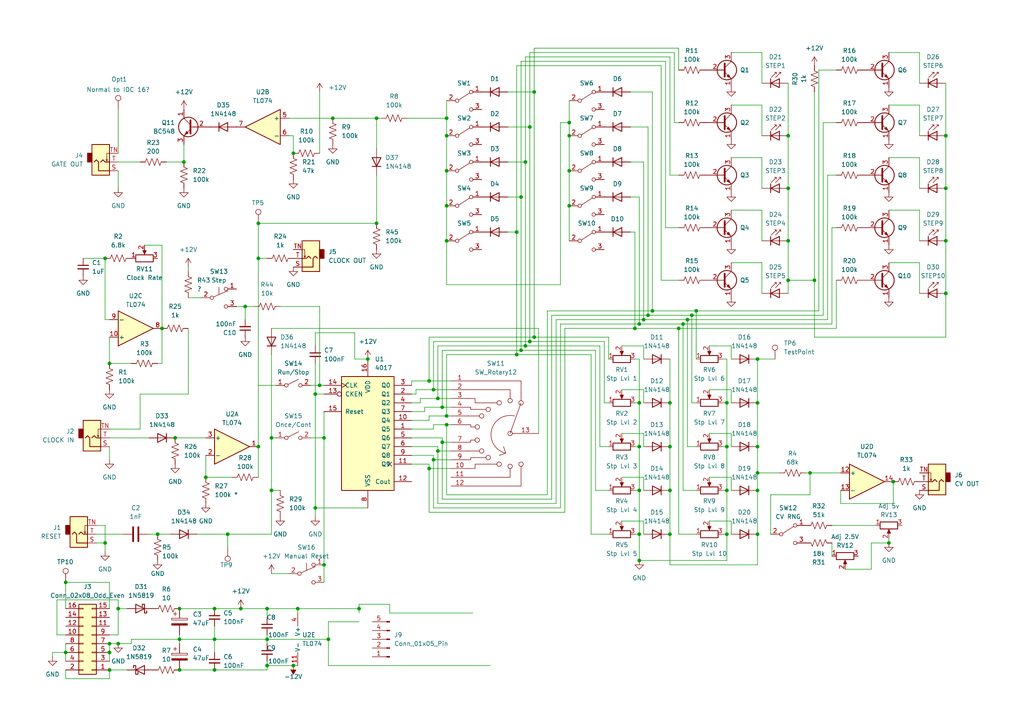
<source format=kicad_sch>
(kicad_sch (version 20230121) (generator eeschema)

  (uuid 0183ccee-e064-4ef2-a2e7-6b862e9a0382)

  (paper "A4")

  (title_block
    (comment 1 "Q1 to Q10: 2N3904")
  )

  

  (junction (at 149.86 67.31) (diameter 0) (color 0 0 0 0)
    (uuid 0465cce1-0c55-4e5e-bfc3-11e867aeab21)
  )
  (junction (at 34.29 176.53) (diameter 0) (color 0 0 0 0)
    (uuid 0a591257-640d-4ffa-adc7-e889a7ee0fde)
  )
  (junction (at 129.54 34.29) (diameter 0) (color 0 0 0 0)
    (uuid 0c0b3790-0421-486a-8137-7e20f0a9720a)
  )
  (junction (at 165.1 39.37) (diameter 0) (color 0 0 0 0)
    (uuid 110f45ff-b82c-4843-83e5-eb9e15dc7080)
  )
  (junction (at 219.71 142.24) (diameter 0) (color 0 0 0 0)
    (uuid 1f16cde0-4b57-41af-b788-635dc2b5639e)
  )
  (junction (at 96.52 34.29) (diameter 0) (color 0 0 0 0)
    (uuid 233eb130-3332-4124-9488-5f46536af28a)
  )
  (junction (at 93.98 127) (diameter 0) (color 0 0 0 0)
    (uuid 2379f15d-3a7b-4815-b161-a5ced43f9ef4)
  )
  (junction (at 125.73 133.35) (diameter 0) (color 0 0 0 0)
    (uuid 243970ad-06bf-40e0-ab8f-0b73c576c33e)
  )
  (junction (at 124.46 110.49) (diameter 0) (color 0 0 0 0)
    (uuid 25f9db9c-35f9-4190-b6ba-df18593dc48d)
  )
  (junction (at 129.54 49.53) (diameter 0) (color 0 0 0 0)
    (uuid 26687137-7453-4843-b448-fc6592cc41bb)
  )
  (junction (at 199.39 92.71) (diameter 0) (color 0 0 0 0)
    (uuid 2e509ea9-b64b-4ea9-b9e3-4f10ec42dc2e)
  )
  (junction (at 127 130.81) (diameter 0) (color 0 0 0 0)
    (uuid 2ef0f0c0-3f06-4fde-932c-329f56d84330)
  )
  (junction (at 228.6 39.37) (diameter 0) (color 0 0 0 0)
    (uuid 31130b81-9c05-48b1-944c-ae88c1bdc9ee)
  )
  (junction (at 77.47 193.04) (diameter 0) (color 0 0 0 0)
    (uuid 3183d409-93eb-4704-8e00-4d58965eb633)
  )
  (junction (at 53.34 46.99) (diameter 0) (color 0 0 0 0)
    (uuid 348b3e34-04ce-4867-81bc-8c93cc3e8315)
  )
  (junction (at 62.23 194.31) (diameter 0) (color 0 0 0 0)
    (uuid 34913eb3-6602-4ff0-af27-7abea154e8fe)
  )
  (junction (at 52.07 185.42) (diameter 0) (color 0 0 0 0)
    (uuid 35d8efe1-1c04-4f27-ae57-90e4de5a951e)
  )
  (junction (at 85.09 44.45) (diameter 0) (color 0 0 0 0)
    (uuid 39613a84-4eb6-4dee-b06b-ae21ca83129e)
  )
  (junction (at 236.22 81.28) (diameter 0) (color 0 0 0 0)
    (uuid 39b14dad-17e0-409e-9137-f60a262debb0)
  )
  (junction (at 129.54 69.85) (diameter 0) (color 0 0 0 0)
    (uuid 3a683fc2-daed-4195-813c-31e56934154b)
  )
  (junction (at 128.27 118.11) (diameter 0) (color 0 0 0 0)
    (uuid 3d73a6ed-17e5-4c73-bc9a-09526864cefc)
  )
  (junction (at 50.8 127) (diameter 0) (color 0 0 0 0)
    (uuid 3daab3d6-4668-430b-808e-a69794153e52)
  )
  (junction (at 274.32 54.61) (diameter 0) (color 0 0 0 0)
    (uuid 3efeea15-2555-409e-af77-545dcbe14fc3)
  )
  (junction (at 104.14 176.53) (diameter 0) (color 0 0 0 0)
    (uuid 401deee1-5888-4e3d-842c-a86ac45e22de)
  )
  (junction (at 165.1 49.53) (diameter 0) (color 0 0 0 0)
    (uuid 42b2d6fc-d4a1-4e04-975c-9f02b8b87f02)
  )
  (junction (at 274.32 39.37) (diameter 0) (color 0 0 0 0)
    (uuid 42def11b-5506-426d-89af-6663d275c9b9)
  )
  (junction (at 77.47 185.42) (diameter 0) (color 0 0 0 0)
    (uuid 43006a6e-3e71-467b-8ff5-5e161aa64490)
  )
  (junction (at 194.31 142.24) (diameter 0) (color 0 0 0 0)
    (uuid 43486642-a052-4f5a-9f32-2a67b59c5169)
  )
  (junction (at 198.12 93.98) (diameter 0) (color 0 0 0 0)
    (uuid 45b4ed2b-52ba-457f-85be-8cc02165fb7f)
  )
  (junction (at 228.6 69.85) (diameter 0) (color 0 0 0 0)
    (uuid 4d8cc647-2c0b-4167-8dec-d35a59f3a146)
  )
  (junction (at 153.67 36.83) (diameter 0) (color 0 0 0 0)
    (uuid 4dd04eae-1014-4637-a729-d8c9408abe82)
  )
  (junction (at 186.69 92.71) (diameter 0) (color 0 0 0 0)
    (uuid 5426ba63-7d2c-4ee4-b8fd-11181f84f9bb)
  )
  (junction (at 154.94 26.67) (diameter 0) (color 0 0 0 0)
    (uuid 548f195c-7974-44b9-95c1-33a597aec1ff)
  )
  (junction (at 165.1 35.56) (diameter 0) (color 0 0 0 0)
    (uuid 594ccd6a-277f-436b-b45a-308cf613e11d)
  )
  (junction (at 31.75 194.31) (diameter 0) (color 0 0 0 0)
    (uuid 59d80ebf-c408-46df-99f6-8225dd2d451e)
  )
  (junction (at 124.46 135.89) (diameter 0) (color 0 0 0 0)
    (uuid 5e305826-ca3d-4372-9792-f8ca6299da54)
  )
  (junction (at 19.05 189.23) (diameter 0) (color 0 0 0 0)
    (uuid 5e43a13b-7929-4de6-aa7b-c3e0fe9c554a)
  )
  (junction (at 185.42 142.24) (diameter 0) (color 0 0 0 0)
    (uuid 60c1c77e-4032-470f-8a23-f8342dbf262c)
  )
  (junction (at 74.93 129.54) (diameter 0) (color 0 0 0 0)
    (uuid 6121eb66-36ad-41d0-a0af-a0a8c6f542e4)
  )
  (junction (at 34.29 186.69) (diameter 0) (color 0 0 0 0)
    (uuid 63363223-f9a6-41c9-b80e-3a5e16de1dd2)
  )
  (junction (at 228.6 81.28) (diameter 0) (color 0 0 0 0)
    (uuid 6937e5a9-aeda-4677-95e0-d6843faf6a2f)
  )
  (junction (at 127 115.57) (diameter 0) (color 0 0 0 0)
    (uuid 6a65650d-dc31-49f2-a3b8-5d2c23678ff0)
  )
  (junction (at 185.42 116.84) (diameter 0) (color 0 0 0 0)
    (uuid 6a96f4d9-2eff-4ad9-8b68-b10977ad03e2)
  )
  (junction (at 30.48 157.48) (diameter 0) (color 0 0 0 0)
    (uuid 6c5891f7-a9ad-43e1-9816-a6e6f077477e)
  )
  (junction (at 19.05 168.91) (diameter 0) (color 0 0 0 0)
    (uuid 700a5014-b2d4-49b2-bf9b-993a1e71f72d)
  )
  (junction (at 154.94 97.79) (diameter 0) (color 0 0 0 0)
    (uuid 72945729-1443-4cb8-84f1-ee93212df22a)
  )
  (junction (at 78.74 142.24) (diameter 0) (color 0 0 0 0)
    (uuid 72bde15e-7f30-4f91-9d8c-f253d2c703ef)
  )
  (junction (at 59.69 138.43) (diameter 0) (color 0 0 0 0)
    (uuid 738d5e84-0fa9-4738-b1e2-88eedffdd644)
  )
  (junction (at 129.54 123.19) (diameter 0) (color 0 0 0 0)
    (uuid 75b532e8-75cf-4dc5-8f66-449458494937)
  )
  (junction (at 210.82 116.84) (diameter 0) (color 0 0 0 0)
    (uuid 76579407-00b3-41f5-bf45-e2c42d2c144c)
  )
  (junction (at 194.31 129.54) (diameter 0) (color 0 0 0 0)
    (uuid 7683bb13-bd13-4b8f-b12b-18d4b994597f)
  )
  (junction (at 274.32 69.85) (diameter 0) (color 0 0 0 0)
    (uuid 768ba6d3-c917-431d-861b-17958550ac6e)
  )
  (junction (at 31.75 189.23) (diameter 0) (color 0 0 0 0)
    (uuid 796cdd9b-9f6f-4fba-a060-e83d39453b75)
  )
  (junction (at 187.96 91.44) (diameter 0) (color 0 0 0 0)
    (uuid 7e971751-0d42-4570-afba-ef0a997a7069)
  )
  (junction (at 74.93 64.77) (diameter 0) (color 0 0 0 0)
    (uuid 7eaaf952-cb75-4a1f-94ca-97c404ed9a81)
  )
  (junction (at 153.67 99.06) (diameter 0) (color 0 0 0 0)
    (uuid 7f729421-7eed-4e31-a539-f997ee58b99d)
  )
  (junction (at 92.71 111.76) (diameter 0) (color 0 0 0 0)
    (uuid 80c200f7-ec71-498e-9a08-93411379675a)
  )
  (junction (at 106.68 104.14) (diameter 0) (color 0 0 0 0)
    (uuid 83479bc7-aa90-4b28-97eb-c06f57bf35df)
  )
  (junction (at 152.4 100.33) (diameter 0) (color 0 0 0 0)
    (uuid 86df2021-402f-4970-898e-8aa4b2f15590)
  )
  (junction (at 234.95 137.16) (diameter 0) (color 0 0 0 0)
    (uuid 885bee7c-df80-4763-b201-d1a4f55d58e0)
  )
  (junction (at 129.54 120.65) (diameter 0) (color 0 0 0 0)
    (uuid 88cc0976-f054-46eb-a7ea-3cb34f2c9164)
  )
  (junction (at 52.07 194.31) (diameter 0) (color 0 0 0 0)
    (uuid 8d898de1-58e4-4ad6-88e0-c7766d796ae3)
  )
  (junction (at 91.44 147.32) (diameter 0) (color 0 0 0 0)
    (uuid 8db38434-381b-460f-a636-cef1f8c4b8bf)
  )
  (junction (at 219.71 154.94) (diameter 0) (color 0 0 0 0)
    (uuid 8ef872ae-231a-46e1-83d2-df835c2295e7)
  )
  (junction (at 257.81 157.48) (diameter 0) (color 0 0 0 0)
    (uuid 912a605f-356f-4a50-bb48-5bda9b060076)
  )
  (junction (at 125.73 113.03) (diameter 0) (color 0 0 0 0)
    (uuid 92d34f5f-b200-45e8-a795-80eb94ab7e2d)
  )
  (junction (at 210.82 129.54) (diameter 0) (color 0 0 0 0)
    (uuid 93ab84c5-510d-4aaf-95b8-adefafcf6278)
  )
  (junction (at 151.13 101.6) (diameter 0) (color 0 0 0 0)
    (uuid 943c81fb-18f7-40c1-8714-86618f2518a7)
  )
  (junction (at 149.86 102.87) (diameter 0) (color 0 0 0 0)
    (uuid 9739852f-ce49-4d41-a13d-fe2e06b579f7)
  )
  (junction (at 66.04 154.94) (diameter 0) (color 0 0 0 0)
    (uuid 98e45fb7-6749-4536-ab8a-050260d139bb)
  )
  (junction (at 31.75 186.69) (diameter 0) (color 0 0 0 0)
    (uuid 99faebab-e1d0-47b6-8d10-147e19486063)
  )
  (junction (at 52.07 176.53) (diameter 0) (color 0 0 0 0)
    (uuid 9da8acd3-6492-4971-97af-b423114b3ac8)
  )
  (junction (at 30.48 74.93) (diameter 0) (color 0 0 0 0)
    (uuid 9e8b19ae-b85c-4ec5-b1ca-1bb1456dc798)
  )
  (junction (at 185.42 162.56) (diameter 0) (color 0 0 0 0)
    (uuid 9edaeedd-6262-4701-84f0-9142488cecab)
  )
  (junction (at 74.93 74.93) (diameter 0) (color 0 0 0 0)
    (uuid a4afc783-7fd3-441b-993e-4fcfe789ddce)
  )
  (junction (at 185.42 154.94) (diameter 0) (color 0 0 0 0)
    (uuid abe011c8-5558-4254-a816-0406d0e7b0b3)
  )
  (junction (at 219.71 137.16) (diameter 0) (color 0 0 0 0)
    (uuid abe5890e-2af4-4553-ab3e-095ec6d5c781)
  )
  (junction (at 128.27 128.27) (diameter 0) (color 0 0 0 0)
    (uuid ac2160fa-73e5-430a-9594-0b50d1a64803)
  )
  (junction (at 109.22 64.77) (diameter 0) (color 0 0 0 0)
    (uuid aec1076e-c93a-4030-9764-f3712c967662)
  )
  (junction (at 91.44 114.3) (diameter 0) (color 0 0 0 0)
    (uuid b1309ddc-e386-4d74-adf2-f6660eabad6e)
  )
  (junction (at 109.22 34.29) (diameter 0) (color 0 0 0 0)
    (uuid b143ff23-bbff-4a6c-b085-bca7539d5466)
  )
  (junction (at 219.71 116.84) (diameter 0) (color 0 0 0 0)
    (uuid b35f0117-4ffc-4845-b6b1-4d3147eed72c)
  )
  (junction (at 184.15 95.25) (diameter 0) (color 0 0 0 0)
    (uuid b8576f5f-2772-4b74-b39d-7847b107325d)
  )
  (junction (at 129.54 59.69) (diameter 0) (color 0 0 0 0)
    (uuid b92681c4-b160-4e2d-9acf-cd8e52debe56)
  )
  (junction (at 185.42 129.54) (diameter 0) (color 0 0 0 0)
    (uuid bb80d8f2-7154-457f-85b3-bc34b36cfd9a)
  )
  (junction (at 189.23 90.17) (diameter 0) (color 0 0 0 0)
    (uuid bb941622-cfc5-4edb-bafc-62d4e15593f7)
  )
  (junction (at 201.93 90.17) (diameter 0) (color 0 0 0 0)
    (uuid be6f49a9-b3c1-4412-abbb-a84f39d641fe)
  )
  (junction (at 85.09 193.04) (diameter 0) (color 0 0 0 0)
    (uuid c17f4d50-ed1a-41f6-95e2-859d39aa5262)
  )
  (junction (at 210.82 154.94) (diameter 0) (color 0 0 0 0)
    (uuid c2fc902b-602f-47d9-96cb-eb99ca5a6a39)
  )
  (junction (at 129.54 39.37) (diameter 0) (color 0 0 0 0)
    (uuid c587ef94-d558-4fe2-a6ed-d69fe353b854)
  )
  (junction (at 69.85 176.53) (diameter 0) (color 0 0 0 0)
    (uuid c6081b46-2da5-482a-bb64-660a9eec8c3b)
  )
  (junction (at 194.31 154.94) (diameter 0) (color 0 0 0 0)
    (uuid c7949983-f3dc-40fa-826a-06f40ff209d1)
  )
  (junction (at 152.4 46.99) (diameter 0) (color 0 0 0 0)
    (uuid c90d8809-a404-4ab4-9eea-7bd1f9750f50)
  )
  (junction (at 165.1 59.69) (diameter 0) (color 0 0 0 0)
    (uuid ca143ae9-5341-48cf-bd98-57cac760e9c2)
  )
  (junction (at 95.25 185.42) (diameter 0) (color 0 0 0 0)
    (uuid d2141dd5-b10d-4e16-977e-c5761e538ad1)
  )
  (junction (at 45.72 154.94) (diameter 0) (color 0 0 0 0)
    (uuid d41d6403-5197-4b63-b17e-2f7e159e5a7c)
  )
  (junction (at 185.42 93.98) (diameter 0) (color 0 0 0 0)
    (uuid d5c55b79-3ce6-46d6-a46b-7cffcbedde96)
  )
  (junction (at 259.08 139.7) (diameter 0) (color 0 0 0 0)
    (uuid d6423517-9ed2-4c3e-ab2a-0a3f27651aed)
  )
  (junction (at 62.23 176.53) (diameter 0) (color 0 0 0 0)
    (uuid d74b0c90-c805-4076-b9b5-8bd82c5fb948)
  )
  (junction (at 78.74 127) (diameter 0) (color 0 0 0 0)
    (uuid d8c5b40b-9add-4484-90e1-9f0a2b222741)
  )
  (junction (at 86.36 176.53) (diameter 0) (color 0 0 0 0)
    (uuid dbc71a58-d67f-4b85-b551-ab8f67a7651f)
  )
  (junction (at 210.82 142.24) (diameter 0) (color 0 0 0 0)
    (uuid de92055b-94d8-458f-b5f7-26d15e69b738)
  )
  (junction (at 77.47 176.53) (diameter 0) (color 0 0 0 0)
    (uuid dfa49811-dab2-4b84-83bd-7a18b81556a9)
  )
  (junction (at 93.98 163.83) (diameter 0) (color 0 0 0 0)
    (uuid e04ad313-05d2-43cb-8347-6174acef27bc)
  )
  (junction (at 200.66 91.44) (diameter 0) (color 0 0 0 0)
    (uuid e1e0bfb4-2363-4f13-a3a1-bed4c373c460)
  )
  (junction (at 196.85 95.25) (diameter 0) (color 0 0 0 0)
    (uuid e31e5427-5632-4afa-accd-436a19fc6db7)
  )
  (junction (at 46.99 95.25) (diameter 0) (color 0 0 0 0)
    (uuid e6647efc-c800-4a38-8dc9-53bcbaf0134c)
  )
  (junction (at 151.13 57.15) (diameter 0) (color 0 0 0 0)
    (uuid ea03f2e3-a822-4b71-b29d-4a8d404d561c)
  )
  (junction (at 274.32 85.09) (diameter 0) (color 0 0 0 0)
    (uuid ec39c78a-5b4c-48b4-8cff-3903a6ca84a5)
  )
  (junction (at 31.75 105.41) (diameter 0) (color 0 0 0 0)
    (uuid f1c88a5e-c404-4e78-9e53-75e54c52322e)
  )
  (junction (at 62.23 185.42) (diameter 0) (color 0 0 0 0)
    (uuid f231537b-b45f-44b0-81f6-2ddc919320e4)
  )
  (junction (at 219.71 129.54) (diameter 0) (color 0 0 0 0)
    (uuid f40ab3cd-d74f-4ed5-9a0f-10ed44cbe68c)
  )
  (junction (at 219.71 104.14) (diameter 0) (color 0 0 0 0)
    (uuid f67fb7de-8cf8-4f44-8467-98d93aadaf48)
  )
  (junction (at 194.31 116.84) (diameter 0) (color 0 0 0 0)
    (uuid f7bd8324-ce99-43ed-9828-097d6b2d30b7)
  )
  (junction (at 228.6 54.61) (diameter 0) (color 0 0 0 0)
    (uuid fbe51f3b-939f-4e45-9202-99cf4fc92e06)
  )
  (junction (at 71.12 88.9) (diameter 0) (color 0 0 0 0)
    (uuid fcaf8240-a991-4c82-98ef-996c073c3907)
  )

  (no_connect (at 113.03 134.62) (uuid 24bf6cce-fa11-4a1d-89f2-66f7e3242d04))

  (wire (pts (xy 266.7 15.24) (xy 266.7 24.13))
    (stroke (width 0) (type default))
    (uuid 00c16e64-cf00-4334-acbc-55381a0d48ab)
  )
  (wire (pts (xy 31.75 168.91) (xy 19.05 168.91))
    (stroke (width 0) (type default))
    (uuid 030e737b-7dd4-48cd-83e8-cf50a87ec4fe)
  )
  (wire (pts (xy 129.54 102.87) (xy 129.54 120.65))
    (stroke (width 0) (type default))
    (uuid 040c08b7-8619-4363-b0c0-a3c89b9fe9fa)
  )
  (wire (pts (xy 220.98 60.96) (xy 220.98 69.85))
    (stroke (width 0) (type default))
    (uuid 04d5d949-d504-41df-a482-2f952cf84e9a)
  )
  (wire (pts (xy 266.7 76.2) (xy 266.7 85.09))
    (stroke (width 0) (type default))
    (uuid 063e9571-37e4-4ce1-82ca-e468fac0a01e)
  )
  (wire (pts (xy 187.96 91.44) (xy 200.66 91.44))
    (stroke (width 0) (type default))
    (uuid 06808c9b-5ce6-4545-93f7-a67567da4bdd)
  )
  (wire (pts (xy 274.32 97.79) (xy 236.22 97.79))
    (stroke (width 0) (type default))
    (uuid 06d1e7d8-a1e6-4ca1-ac92-30378d5e8ad9)
  )
  (wire (pts (xy 212.09 138.43) (xy 205.74 138.43))
    (stroke (width 0) (type default))
    (uuid 06f0abdf-8e14-4d93-a747-a90bbceed4e0)
  )
  (wire (pts (xy 236.22 26.67) (xy 236.22 81.28))
    (stroke (width 0) (type default))
    (uuid 072d0e54-3ddc-4146-93b3-bea5645a22ad)
  )
  (wire (pts (xy 31.75 124.46) (xy 40.64 124.46))
    (stroke (width 0) (type default))
    (uuid 07ea6678-fbbf-47fc-b043-37e10a4165db)
  )
  (wire (pts (xy 83.82 34.29) (xy 96.52 34.29))
    (stroke (width 0) (type default))
    (uuid 09117d6b-3ba7-4e9f-8d71-199bb4d321a3)
  )
  (wire (pts (xy 180.34 100.33) (xy 186.69 100.33))
    (stroke (width 0) (type default))
    (uuid 098a8db1-4e79-4cc7-b7d3-c7f052fd7d67)
  )
  (wire (pts (xy 165.1 39.37) (xy 165.1 49.53))
    (stroke (width 0) (type default))
    (uuid 09d3671e-dc5e-425d-9150-aadd651cecc1)
  )
  (wire (pts (xy 198.12 93.98) (xy 241.3 93.98))
    (stroke (width 0) (type default))
    (uuid 0a5ed7fc-5587-4386-a068-e4b9607492f9)
  )
  (wire (pts (xy 163.83 148.59) (xy 163.83 95.25))
    (stroke (width 0) (type default))
    (uuid 0b07f73d-2d6d-40ad-8fbc-b56d2762406b)
  )
  (wire (pts (xy 52.07 176.53) (xy 62.23 176.53))
    (stroke (width 0) (type default))
    (uuid 0c536f4b-aac4-412d-b145-1b39bcabf054)
  )
  (wire (pts (xy 175.26 116.84) (xy 176.53 116.84))
    (stroke (width 0) (type default))
    (uuid 0d2cbd8f-e182-485f-b0aa-0bcb88313e0d)
  )
  (wire (pts (xy 104.14 180.34) (xy 95.25 180.34))
    (stroke (width 0) (type default))
    (uuid 0e8bf6bd-d96b-4074-b898-561cc3edb5e8)
  )
  (wire (pts (xy 149.86 67.31) (xy 149.86 102.87))
    (stroke (width 0) (type default))
    (uuid 0f1734ee-cd02-4d41-9fbf-6617974ac5d4)
  )
  (wire (pts (xy 209.55 154.94) (xy 210.82 154.94))
    (stroke (width 0) (type default))
    (uuid 0f5f0a99-a8e0-4a22-b15e-cb5611f26383)
  )
  (wire (pts (xy 71.12 88.9) (xy 71.12 92.71))
    (stroke (width 0) (type default))
    (uuid 0f8c8f4a-8fdb-4b06-8802-5f897d0b1b76)
  )
  (wire (pts (xy 31.75 194.31) (xy 36.83 194.31))
    (stroke (width 0) (type default))
    (uuid 0f8dd740-fdcc-4317-89c4-b9db47e391af)
  )
  (wire (pts (xy 223.52 154.94) (xy 223.52 143.51))
    (stroke (width 0) (type default))
    (uuid 106d3330-79e1-485c-b84b-fb3a48f7c730)
  )
  (wire (pts (xy 219.71 137.16) (xy 219.71 142.24))
    (stroke (width 0) (type default))
    (uuid 112fb9a1-91f9-4e58-8def-78debf9a7be2)
  )
  (wire (pts (xy 95.25 180.34) (xy 95.25 185.42))
    (stroke (width 0) (type default))
    (uuid 12296e8a-b5e5-4963-ae48-f368c6b4b554)
  )
  (wire (pts (xy 119.38 121.92) (xy 124.46 121.92))
    (stroke (width 0) (type default))
    (uuid 13046eb0-59a1-4cbe-9e1c-0df6525dae05)
  )
  (wire (pts (xy 194.31 104.14) (xy 194.31 116.84))
    (stroke (width 0) (type default))
    (uuid 1361fa46-9c97-4e5b-9ce3-a8e351407360)
  )
  (wire (pts (xy 185.42 116.84) (xy 185.42 129.54))
    (stroke (width 0) (type default))
    (uuid 1440e432-df35-4bee-8b14-a2c1edd8f1a7)
  )
  (wire (pts (xy 228.6 39.37) (xy 228.6 54.61))
    (stroke (width 0) (type default))
    (uuid 14594e85-7026-44fb-9209-57e9f54c91a0)
  )
  (wire (pts (xy 78.74 142.24) (xy 78.74 154.94))
    (stroke (width 0) (type default))
    (uuid 14c60ed3-1586-4b8e-a46b-49661afa71ae)
  )
  (wire (pts (xy 196.85 81.28) (xy 191.77 81.28))
    (stroke (width 0) (type default))
    (uuid 15ec230e-505a-4acc-82a6-0e51e2ff84c6)
  )
  (wire (pts (xy 118.11 34.29) (xy 129.54 34.29))
    (stroke (width 0) (type default))
    (uuid 15fd1e2e-ac21-49cc-919f-07972f8bf5dc)
  )
  (wire (pts (xy 27.94 152.4) (xy 30.48 152.4))
    (stroke (width 0) (type default))
    (uuid 1620e74a-1532-4bab-a6a0-7c4403010311)
  )
  (wire (pts (xy 220.98 76.2) (xy 220.98 85.09))
    (stroke (width 0) (type default))
    (uuid 17a13294-042c-43c9-8ded-148b1e9d71f7)
  )
  (wire (pts (xy 104.14 176.53) (xy 104.14 177.8))
    (stroke (width 0) (type default))
    (uuid 1844cab5-ced1-4f43-8b11-6c86da619ea8)
  )
  (wire (pts (xy 62.23 185.42) (xy 77.47 185.42))
    (stroke (width 0) (type default))
    (uuid 18a9b380-41a9-4d7b-8e51-14f4e71ddee8)
  )
  (wire (pts (xy 46.99 71.12) (xy 46.99 95.25))
    (stroke (width 0) (type default))
    (uuid 18e51b51-6028-4929-b813-8c0f43abe650)
  )
  (wire (pts (xy 194.31 154.94) (xy 194.31 163.83))
    (stroke (width 0) (type default))
    (uuid 1999dcc9-061f-4922-831c-0758fc87d49f)
  )
  (wire (pts (xy 194.31 129.54) (xy 194.31 142.24))
    (stroke (width 0) (type default))
    (uuid 1a800bfd-a0ca-4bb2-9a47-5fcf6236fee7)
  )
  (wire (pts (xy 24.13 74.93) (xy 30.48 74.93))
    (stroke (width 0) (type default))
    (uuid 1b61b2be-e523-4af5-b41e-835c62fcc0ec)
  )
  (wire (pts (xy 184.15 142.24) (xy 185.42 142.24))
    (stroke (width 0) (type default))
    (uuid 1c5145b4-2577-4032-a680-0c675a556095)
  )
  (wire (pts (xy 274.32 39.37) (xy 274.32 54.61))
    (stroke (width 0) (type default))
    (uuid 1c9c9a13-3d68-4a18-90f3-e657653cd765)
  )
  (wire (pts (xy 62.23 176.53) (xy 69.85 176.53))
    (stroke (width 0) (type default))
    (uuid 1cb67bd5-25cd-436d-b0aa-b7c7c41450cd)
  )
  (wire (pts (xy 171.45 102.87) (xy 171.45 154.94))
    (stroke (width 0) (type default))
    (uuid 1cdf5679-3d77-4ae5-90df-15c79204965e)
  )
  (wire (pts (xy 78.74 102.87) (xy 78.74 127))
    (stroke (width 0) (type default))
    (uuid 1dadf322-4255-4fff-b6c4-24b903584ebc)
  )
  (wire (pts (xy 128.27 128.27) (xy 128.27 144.78))
    (stroke (width 0) (type default))
    (uuid 1f5fb3d2-62bc-425b-aacc-eff4b3355b08)
  )
  (wire (pts (xy 212.09 113.03) (xy 205.74 113.03))
    (stroke (width 0) (type default))
    (uuid 2018ae83-008c-480e-8524-19a305e3dc7a)
  )
  (wire (pts (xy 205.74 100.33) (xy 212.09 100.33))
    (stroke (width 0) (type default))
    (uuid 2103bc5c-5a9a-4fb5-8d2b-abab57fcedd8)
  )
  (wire (pts (xy 212.09 60.96) (xy 220.98 60.96))
    (stroke (width 0) (type default))
    (uuid 2142e024-aecd-49ce-bac7-fc724e41183e)
  )
  (wire (pts (xy 228.6 85.09) (xy 228.6 81.28))
    (stroke (width 0) (type default))
    (uuid 217b476a-7430-496e-b226-bfeff76aaed1)
  )
  (wire (pts (xy 153.67 36.83) (xy 153.67 99.06))
    (stroke (width 0) (type default))
    (uuid 21ae1422-9ebc-437c-98fd-8cdbba2308f9)
  )
  (wire (pts (xy 125.73 124.46) (xy 125.73 123.19))
    (stroke (width 0) (type default))
    (uuid 22b29138-8d4c-4cf4-b892-8f82fd36b4be)
  )
  (wire (pts (xy 189.23 26.67) (xy 189.23 90.17))
    (stroke (width 0) (type default))
    (uuid 2332c493-abf4-434c-9cd9-6c2a7f84f621)
  )
  (wire (pts (xy 234.95 137.16) (xy 243.84 137.16))
    (stroke (width 0) (type default))
    (uuid 234e793e-5dcd-4dcf-a459-9fc855f82151)
  )
  (wire (pts (xy 109.22 34.29) (xy 110.49 34.29))
    (stroke (width 0) (type default))
    (uuid 2368f055-684a-4786-8700-0613b773379a)
  )
  (wire (pts (xy 123.19 119.38) (xy 123.19 118.11))
    (stroke (width 0) (type default))
    (uuid 2402964b-e1a0-4e4f-88a2-3fcfd0f241e9)
  )
  (wire (pts (xy 130.81 130.81) (xy 127 130.81))
    (stroke (width 0) (type default))
    (uuid 25f1a8c9-4ddc-4b07-8058-473337c0d386)
  )
  (wire (pts (xy 121.92 116.84) (xy 121.92 115.57))
    (stroke (width 0) (type default))
    (uuid 2617168f-357c-465d-8a7c-f0f085ebe093)
  )
  (wire (pts (xy 152.4 16.51) (xy 152.4 46.99))
    (stroke (width 0) (type default))
    (uuid 2669e2c1-d335-421d-acc7-c7d0e94f8927)
  )
  (wire (pts (xy 193.04 17.78) (xy 151.13 17.78))
    (stroke (width 0) (type default))
    (uuid 268ae26d-f9f5-41e2-87bd-9c52ffca2778)
  )
  (wire (pts (xy 186.69 46.99) (xy 186.69 92.71))
    (stroke (width 0) (type default))
    (uuid 268eebfc-73cd-48c7-8953-59b12b088368)
  )
  (wire (pts (xy 172.72 101.6) (xy 172.72 142.24))
    (stroke (width 0) (type default))
    (uuid 26adc095-0dbe-49ad-bfc5-d5a3d0284ac5)
  )
  (wire (pts (xy 241.3 152.4) (xy 254 152.4))
    (stroke (width 0) (type default))
    (uuid 26f6eb3f-897c-49ad-bd37-23370e7adbac)
  )
  (wire (pts (xy 34.29 173.99) (xy 34.29 176.53))
    (stroke (width 0) (type default))
    (uuid 274e1a15-558c-455d-8481-5dcf1d901791)
  )
  (wire (pts (xy 31.75 186.69) (xy 34.29 186.69))
    (stroke (width 0) (type default))
    (uuid 28a6d574-2dfb-4694-960a-8299a295dd90)
  )
  (wire (pts (xy 212.09 15.24) (xy 220.98 15.24))
    (stroke (width 0) (type default))
    (uuid 28ff35d7-0b0a-41d5-8ae1-1afd59c15233)
  )
  (wire (pts (xy 77.47 193.04) (xy 85.09 193.04))
    (stroke (width 0) (type default))
    (uuid 29ed2745-e2a6-41fa-99ff-681ed798fa22)
  )
  (wire (pts (xy 124.46 134.62) (xy 124.46 135.89))
    (stroke (width 0) (type default))
    (uuid 2a49ec9d-2e95-484e-a388-0cd3d1738668)
  )
  (wire (pts (xy 266.7 30.48) (xy 266.7 39.37))
    (stroke (width 0) (type default))
    (uuid 2c4d4887-1b89-421a-9a17-303e4b6b6e04)
  )
  (wire (pts (xy 180.34 151.13) (xy 186.69 151.13))
    (stroke (width 0) (type default))
    (uuid 2c4f2eee-d157-48cc-a535-33eab9259d53)
  )
  (wire (pts (xy 124.46 135.89) (xy 124.46 148.59))
    (stroke (width 0) (type default))
    (uuid 2cf0a9b6-feb9-4df6-b6bc-12a2eeff6cbf)
  )
  (wire (pts (xy 219.71 142.24) (xy 219.71 154.94))
    (stroke (width 0) (type default))
    (uuid 2de11bca-c98c-4cfb-88f1-7f9c6ba044db)
  )
  (wire (pts (xy 257.81 60.96) (xy 266.7 60.96))
    (stroke (width 0) (type default))
    (uuid 2de13f4b-5e00-4f98-9c6d-73d97ede169a)
  )
  (wire (pts (xy 163.83 95.25) (xy 184.15 95.25))
    (stroke (width 0) (type default))
    (uuid 2e64a10f-7be9-4734-ae88-875592d947d4)
  )
  (wire (pts (xy 228.6 69.85) (xy 228.6 81.28))
    (stroke (width 0) (type default))
    (uuid 2eae8a5b-fbfb-4b4a-9672-eaa6796849d2)
  )
  (wire (pts (xy 128.27 101.6) (xy 151.13 101.6))
    (stroke (width 0) (type default))
    (uuid 2eb43f0c-296b-4ca8-9545-f068d06b7003)
  )
  (wire (pts (xy 16.51 173.99) (xy 34.29 173.99))
    (stroke (width 0) (type default))
    (uuid 2f8d7545-fa11-4358-b041-1919a39a1c35)
  )
  (wire (pts (xy 125.73 113.03) (xy 130.81 113.03))
    (stroke (width 0) (type default))
    (uuid 30a3960d-d60b-4226-82f3-24bedc3a5cdc)
  )
  (wire (pts (xy 34.29 31.75) (xy 34.29 44.45))
    (stroke (width 0) (type default))
    (uuid 3239b486-4c3a-4d0d-9fe1-b79467e904e8)
  )
  (wire (pts (xy 95.25 193.04) (xy 142.24 193.04))
    (stroke (width 0) (type default))
    (uuid 329d03d5-74ce-4268-97a8-4c25c3ac378a)
  )
  (wire (pts (xy 50.8 127) (xy 59.69 127))
    (stroke (width 0) (type default))
    (uuid 32d6076f-41bf-4c92-b2ef-ba362090bf95)
  )
  (wire (pts (xy 129.54 29.21) (xy 129.54 34.29))
    (stroke (width 0) (type default))
    (uuid 33eb3768-60ce-4c6b-b7d2-d14726d0b3a4)
  )
  (wire (pts (xy 31.75 92.71) (xy 30.48 92.71))
    (stroke (width 0) (type default))
    (uuid 346a2329-0139-448c-adbc-5c52f0e0b300)
  )
  (wire (pts (xy 257.81 156.21) (xy 257.81 157.48))
    (stroke (width 0) (type default))
    (uuid 34786f5b-90e8-42ff-a423-ab08e39c1f79)
  )
  (wire (pts (xy 219.71 104.14) (xy 219.71 116.84))
    (stroke (width 0) (type default))
    (uuid 34987e7d-1211-4776-bf45-b8d8a02b0058)
  )
  (wire (pts (xy 238.76 35.56) (xy 242.57 35.56))
    (stroke (width 0) (type default))
    (uuid 3540ec8d-5eb3-4afc-936e-37011f7ace91)
  )
  (wire (pts (xy 119.38 124.46) (xy 125.73 124.46))
    (stroke (width 0) (type default))
    (uuid 35780220-eafc-4d41-b61b-81d82b175070)
  )
  (wire (pts (xy 69.85 176.53) (xy 77.47 176.53))
    (stroke (width 0) (type default))
    (uuid 366b9800-6bbc-4d3f-9da6-647618f39022)
  )
  (wire (pts (xy 173.99 100.33) (xy 173.99 129.54))
    (stroke (width 0) (type default))
    (uuid 3692ac6e-af22-4564-936d-af8fe0da8f6a)
  )
  (wire (pts (xy 62.23 185.42) (xy 62.23 189.23))
    (stroke (width 0) (type default))
    (uuid 36b60918-131f-4685-b6c3-c67275af1c29)
  )
  (wire (pts (xy 129.54 59.69) (xy 129.54 69.85))
    (stroke (width 0) (type default))
    (uuid 37b2b507-632c-4bdf-a7b7-eb8f6a7db69b)
  )
  (wire (pts (xy 185.42 154.94) (xy 184.15 154.94))
    (stroke (width 0) (type default))
    (uuid 37ba68b3-a9a5-4022-8315-9f3a13dbe4c8)
  )
  (wire (pts (xy 149.86 19.05) (xy 149.86 67.31))
    (stroke (width 0) (type default))
    (uuid 3827a44f-0207-4017-904e-4ea8d42ac09d)
  )
  (wire (pts (xy 95.25 193.04) (xy 95.25 185.42))
    (stroke (width 0) (type default))
    (uuid 397420d1-5c4d-4cd7-9687-deeb8f71b721)
  )
  (wire (pts (xy 219.71 137.16) (xy 226.06 137.16))
    (stroke (width 0) (type default))
    (uuid 3a4ba8df-6f5a-494a-9e99-729d89e97c70)
  )
  (wire (pts (xy 34.29 176.53) (xy 34.29 184.15))
    (stroke (width 0) (type default))
    (uuid 3a841f4a-12a3-455a-8f61-14878e0ec4b2)
  )
  (wire (pts (xy 220.98 45.72) (xy 220.98 54.61))
    (stroke (width 0) (type default))
    (uuid 3aa2979d-9cbd-4563-91b0-5014ec806b14)
  )
  (wire (pts (xy 119.38 119.38) (xy 123.19 119.38))
    (stroke (width 0) (type default))
    (uuid 3b0b5ce1-a5ca-4213-87cc-53d867781a86)
  )
  (wire (pts (xy 182.88 67.31) (xy 184.15 67.31))
    (stroke (width 0) (type default))
    (uuid 3b9de29c-306c-4ecc-b6b0-a788d4749c36)
  )
  (wire (pts (xy 90.17 127) (xy 93.98 127))
    (stroke (width 0) (type default))
    (uuid 3c852b6c-7211-4643-9504-81381dffe675)
  )
  (wire (pts (xy 228.6 54.61) (xy 228.6 69.85))
    (stroke (width 0) (type default))
    (uuid 3d36852d-227e-45dd-9679-d566674aa1e1)
  )
  (wire (pts (xy 242.57 50.8) (xy 240.03 50.8))
    (stroke (width 0) (type default))
    (uuid 3d64a7f4-4198-40b9-b2a4-11d17061f755)
  )
  (wire (pts (xy 92.71 26.67) (xy 92.71 44.45))
    (stroke (width 0) (type default))
    (uuid 3dc743c8-9dde-47f1-bf34-8eee12697149)
  )
  (wire (pts (xy 59.69 132.08) (xy 59.69 138.43))
    (stroke (width 0) (type default))
    (uuid 3e4827ad-eb8c-4ceb-b8ba-3ce0c2a0074d)
  )
  (wire (pts (xy 124.46 110.49) (xy 130.81 110.49))
    (stroke (width 0) (type default))
    (uuid 3f4631b9-44bb-48e0-bc9a-f18c0cf5b829)
  )
  (wire (pts (xy 191.77 81.28) (xy 191.77 19.05))
    (stroke (width 0) (type default))
    (uuid 4044bfc9-09e9-4200-916c-7bb30e521f63)
  )
  (wire (pts (xy 196.85 95.25) (xy 242.57 95.25))
    (stroke (width 0) (type default))
    (uuid 40963da9-31e9-4454-a2a3-cd8b916d157a)
  )
  (wire (pts (xy 93.98 114.3) (xy 91.44 114.3))
    (stroke (width 0) (type default))
    (uuid 40981465-d150-4c37-8461-01b26a6b21e5)
  )
  (wire (pts (xy 78.74 127) (xy 80.01 127))
    (stroke (width 0) (type default))
    (uuid 40af3ebe-7c97-4674-8ac3-bddf0fe2c41d)
  )
  (wire (pts (xy 45.72 154.94) (xy 43.18 154.94))
    (stroke (width 0) (type default))
    (uuid 41227aab-165d-4630-bf72-3e91d8188cd4)
  )
  (wire (pts (xy 196.85 66.04) (xy 193.04 66.04))
    (stroke (width 0) (type default))
    (uuid 412c6ed0-e4c6-48ea-8b3d-69a1a7c7eaf4)
  )
  (wire (pts (xy 212.09 125.73) (xy 212.09 129.54))
    (stroke (width 0) (type default))
    (uuid 413e63bf-4764-4edc-b09b-f88504efc4eb)
  )
  (wire (pts (xy 71.12 88.9) (xy 73.66 88.9))
    (stroke (width 0) (type default))
    (uuid 41e22ec5-1f87-44bf-8f30-ebacb92c36ff)
  )
  (wire (pts (xy 104.14 175.26) (xy 104.14 176.53))
    (stroke (width 0) (type default))
    (uuid 42e852c6-8338-4c77-be19-5fff281f7d07)
  )
  (wire (pts (xy 125.73 123.19) (xy 129.54 123.19))
    (stroke (width 0) (type default))
    (uuid 430a99eb-64c2-4da7-b514-d8e8e212168b)
  )
  (wire (pts (xy 185.42 162.56) (xy 210.82 162.56))
    (stroke (width 0) (type default))
    (uuid 430e2a79-226f-4055-9fcb-6206d6c42e22)
  )
  (wire (pts (xy 219.71 104.14) (xy 224.79 104.14))
    (stroke (width 0) (type default))
    (uuid 43c69164-aad2-4393-82e2-5febdf756a6c)
  )
  (wire (pts (xy 162.56 93.98) (xy 185.42 93.98))
    (stroke (width 0) (type default))
    (uuid 4408faaa-f20d-459f-a499-a45221e0dc16)
  )
  (wire (pts (xy 62.23 181.61) (xy 62.23 185.42))
    (stroke (width 0) (type default))
    (uuid 44342498-eedd-4c58-81d0-41b0f8b6d43b)
  )
  (wire (pts (xy 93.98 163.83) (xy 93.98 168.91))
    (stroke (width 0) (type default))
    (uuid 44d02028-fb90-48d0-8d60-1611cd27c360)
  )
  (wire (pts (xy 241.3 93.98) (xy 241.3 66.04))
    (stroke (width 0) (type default))
    (uuid 45343125-769b-4cd5-a878-fe049bccbd2b)
  )
  (wire (pts (xy 161.29 92.71) (xy 186.69 92.71))
    (stroke (width 0) (type default))
    (uuid 47067c1e-70db-4a94-b83f-e17caccbbb7a)
  )
  (wire (pts (xy 129.54 123.19) (xy 129.54 143.51))
    (stroke (width 0) (type default))
    (uuid 47f6c29c-45d9-4432-8725-fefa94223901)
  )
  (wire (pts (xy 156.21 125.73) (xy 156.21 95.25))
    (stroke (width 0) (type default))
    (uuid 480b3ba3-8568-471a-9b2c-c0c9636b8422)
  )
  (wire (pts (xy 74.93 111.76) (xy 74.93 129.54))
    (stroke (width 0) (type default))
    (uuid 48799663-5c58-4e42-a427-2bd01e79a77d)
  )
  (wire (pts (xy 184.15 95.25) (xy 196.85 95.25))
    (stroke (width 0) (type default))
    (uuid 4a780850-67d2-4f3d-9494-3a61509e1004)
  )
  (wire (pts (xy 53.34 41.91) (xy 53.34 46.99))
    (stroke (width 0) (type default))
    (uuid 4aa54a5e-12c8-4989-96a3-bc80af389261)
  )
  (wire (pts (xy 77.47 176.53) (xy 77.47 179.07))
    (stroke (width 0) (type default))
    (uuid 4b10eaa4-1c5e-4289-96f5-133ff1ccfbea)
  )
  (wire (pts (xy 233.68 137.16) (xy 234.95 137.16))
    (stroke (width 0) (type default))
    (uuid 4b306af8-d7fb-4dc5-9479-2af405f744cd)
  )
  (wire (pts (xy 78.74 142.24) (xy 81.28 142.24))
    (stroke (width 0) (type default))
    (uuid 4c428999-6456-4319-a459-e0195c607923)
  )
  (wire (pts (xy 57.15 154.94) (xy 66.04 154.94))
    (stroke (width 0) (type default))
    (uuid 4c6ba1c4-a671-4575-828a-ec3ee36c48ea)
  )
  (wire (pts (xy 274.32 54.61) (xy 274.32 69.85))
    (stroke (width 0) (type default))
    (uuid 4d05e5f6-f9d9-4167-87ba-aa43d86a0b8a)
  )
  (wire (pts (xy 209.55 116.84) (xy 210.82 116.84))
    (stroke (width 0) (type default))
    (uuid 4d4a1d61-072f-43f9-9035-157f7524f56a)
  )
  (wire (pts (xy 171.45 154.94) (xy 176.53 154.94))
    (stroke (width 0) (type default))
    (uuid 4dd44334-a207-4e5c-ab36-94361a2e0c6c)
  )
  (wire (pts (xy 81.28 88.9) (xy 92.71 88.9))
    (stroke (width 0) (type default))
    (uuid 4e5c7a51-b67c-41f0-bfc7-7922eb91387c)
  )
  (wire (pts (xy 34.29 176.53) (xy 36.83 176.53))
    (stroke (width 0) (type default))
    (uuid 4e75c645-d002-4841-b473-8383194bc810)
  )
  (wire (pts (xy 184.15 67.31) (xy 184.15 95.25))
    (stroke (width 0) (type default))
    (uuid 5053c081-4f49-476b-90a5-a9ea039143fd)
  )
  (wire (pts (xy 106.68 147.32) (xy 91.44 147.32))
    (stroke (width 0) (type default))
    (uuid 50620f1c-0583-4624-8615-f1299b7e3bde)
  )
  (wire (pts (xy 49.53 154.94) (xy 45.72 154.94))
    (stroke (width 0) (type default))
    (uuid 51c576e3-1508-45d1-9518-79f7b1aec637)
  )
  (wire (pts (xy 182.88 26.67) (xy 189.23 26.67))
    (stroke (width 0) (type default))
    (uuid 520dee8a-dfb6-4034-9f3a-50f79c308bbc)
  )
  (wire (pts (xy 195.58 15.24) (xy 153.67 15.24))
    (stroke (width 0) (type default))
    (uuid 5331eb0b-4251-44f6-a4d3-8d4f1574af57)
  )
  (wire (pts (xy 19.05 168.91) (xy 19.05 176.53))
    (stroke (width 0) (type default))
    (uuid 5393aba1-e235-49f4-aa78-815e8e5ac997)
  )
  (wire (pts (xy 124.46 97.79) (xy 154.94 97.79))
    (stroke (width 0) (type default))
    (uuid 5396bb42-62d0-4e40-a5c9-49addd19f259)
  )
  (wire (pts (xy 185.42 104.14) (xy 185.42 116.84))
    (stroke (width 0) (type default))
    (uuid 53eb8257-0727-4d61-855a-887a35a68362)
  )
  (wire (pts (xy 201.93 116.84) (xy 200.66 116.84))
    (stroke (width 0) (type default))
    (uuid 5476534f-073d-471d-832e-718c1e9ef94b)
  )
  (wire (pts (xy 219.71 154.94) (xy 219.71 163.83))
    (stroke (width 0) (type default))
    (uuid 54c68f37-55cf-44b8-8cc6-6ea2c5deafd2)
  )
  (wire (pts (xy 119.38 110.49) (xy 124.46 110.49))
    (stroke (width 0) (type default))
    (uuid 54d17e86-300d-4ffe-9a61-0a7325e8a8a0)
  )
  (wire (pts (xy 19.05 194.31) (xy 19.05 196.85))
    (stroke (width 0) (type default))
    (uuid 55e42784-f252-4b1b-bfff-91ae29ddb431)
  )
  (wire (pts (xy 162.56 147.32) (xy 162.56 93.98))
    (stroke (width 0) (type default))
    (uuid 57fbea3c-4fa3-4ddf-95bb-a65ff7d49450)
  )
  (wire (pts (xy 128.27 101.6) (xy 128.27 118.11))
    (stroke (width 0) (type default))
    (uuid 5811348b-e491-4bb6-9703-02cacbefb1fe)
  )
  (wire (pts (xy 147.32 26.67) (xy 154.94 26.67))
    (stroke (width 0) (type default))
    (uuid 5860cc45-e3b8-473f-a614-106b7a4cf3a3)
  )
  (wire (pts (xy 127 115.57) (xy 130.81 115.57))
    (stroke (width 0) (type default))
    (uuid 589525c1-435d-47e5-9b1f-0302cbbcca7e)
  )
  (wire (pts (xy 195.58 35.56) (xy 195.58 15.24))
    (stroke (width 0) (type default))
    (uuid 596efc1a-d8ef-4086-8ce8-e68609822e23)
  )
  (wire (pts (xy 15.24 189.23) (xy 15.24 190.5))
    (stroke (width 0) (type default))
    (uuid 597ad670-0739-49d5-bb81-c5ee6fad2f3c)
  )
  (wire (pts (xy 129.54 120.65) (xy 130.81 120.65))
    (stroke (width 0) (type default))
    (uuid 5a35d2e2-c751-4bf4-9084-d701ca5d420c)
  )
  (wire (pts (xy 245.11 165.1) (xy 252.73 165.1))
    (stroke (width 0) (type default))
    (uuid 5a466bf8-8403-47a9-bb38-80d991757161)
  )
  (wire (pts (xy 165.1 29.21) (xy 165.1 35.56))
    (stroke (width 0) (type default))
    (uuid 5c52b488-7953-4c99-9bba-9a5913763677)
  )
  (wire (pts (xy 199.39 92.71) (xy 240.03 92.71))
    (stroke (width 0) (type default))
    (uuid 5c5f78f3-393e-4d25-b937-a04b234b0ce7)
  )
  (wire (pts (xy 201.93 104.14) (xy 201.93 90.17))
    (stroke (width 0) (type default))
    (uuid 5caf3eb9-4849-49a6-8b4a-3bc32795daf8)
  )
  (wire (pts (xy 92.71 88.9) (xy 92.71 111.76))
    (stroke (width 0) (type default))
    (uuid 5fed7ca1-feab-4a27-86b2-9d8d009e28cc)
  )
  (wire (pts (xy 201.93 129.54) (xy 199.39 129.54))
    (stroke (width 0) (type default))
    (uuid 600e0fe3-2ba4-4b41-92a9-65cd6252749d)
  )
  (wire (pts (xy 236.22 97.79) (xy 236.22 81.28))
    (stroke (width 0) (type default))
    (uuid 6111cabf-4493-4fba-9eed-0f934865893f)
  )
  (wire (pts (xy 52.07 185.42) (xy 52.07 186.69))
    (stroke (width 0) (type default))
    (uuid 6127fd5b-464c-467e-82d3-ed00bce50d87)
  )
  (wire (pts (xy 160.02 91.44) (xy 187.96 91.44))
    (stroke (width 0) (type default))
    (uuid 61911d05-6cb9-407d-9828-d802958fbb0c)
  )
  (wire (pts (xy 196.85 13.97) (xy 154.94 13.97))
    (stroke (width 0) (type default))
    (uuid 61b4629b-fc66-448d-85b3-0f771f52b46d)
  )
  (wire (pts (xy 129.54 102.87) (xy 149.86 102.87))
    (stroke (width 0) (type default))
    (uuid 626e1966-3001-46a4-9d2a-585e5ef9bb85)
  )
  (wire (pts (xy 53.34 46.99) (xy 48.26 46.99))
    (stroke (width 0) (type default))
    (uuid 6300d023-3aad-4f1f-b7e1-276a6ba5ff8b)
  )
  (wire (pts (xy 129.54 123.19) (xy 130.81 123.19))
    (stroke (width 0) (type default))
    (uuid 631b6451-2a44-4666-875f-7471bf5a8a27)
  )
  (wire (pts (xy 19.05 184.15) (xy 16.51 184.15))
    (stroke (width 0) (type default))
    (uuid 637aea41-1896-493e-9599-fc316ee0dace)
  )
  (wire (pts (xy 128.27 127) (xy 128.27 128.27))
    (stroke (width 0) (type default))
    (uuid 6428d2ed-91e5-4634-82f2-84e0af313fb3)
  )
  (wire (pts (xy 182.88 57.15) (xy 185.42 57.15))
    (stroke (width 0) (type default))
    (uuid 648b5b60-166f-4e51-a8d3-7cfe2fe73ad0)
  )
  (wire (pts (xy 19.05 189.23) (xy 15.24 189.23))
    (stroke (width 0) (type default))
    (uuid 64be9f68-5d7d-414d-a995-e6784f02fed1)
  )
  (wire (pts (xy 234.95 137.16) (xy 234.95 143.51))
    (stroke (width 0) (type default))
    (uuid 64f8a5ab-dcdb-44f3-90cf-bf6342a982e3)
  )
  (wire (pts (xy 54.61 77.47) (xy 54.61 78.74))
    (stroke (width 0) (type default))
    (uuid 6517acc8-c651-445e-b719-1e75eed10cf5)
  )
  (wire (pts (xy 186.69 113.03) (xy 180.34 113.03))
    (stroke (width 0) (type default))
    (uuid 652e89c5-72a7-479b-9697-ecff371ddb23)
  )
  (wire (pts (xy 158.75 90.17) (xy 189.23 90.17))
    (stroke (width 0) (type default))
    (uuid 6532addf-8b48-433b-9501-bb493fcc6138)
  )
  (wire (pts (xy 86.36 176.53) (xy 86.36 177.8))
    (stroke (width 0) (type default))
    (uuid 653ccc41-6331-42e9-8c62-b7b9eaacb506)
  )
  (wire (pts (xy 19.05 186.69) (xy 19.05 189.23))
    (stroke (width 0) (type default))
    (uuid 6628a1c2-a78a-4b71-bba2-4e78e6e8b3f1)
  )
  (wire (pts (xy 77.47 193.04) (xy 77.47 194.31))
    (stroke (width 0) (type default))
    (uuid 6722cd08-3a4c-44ac-9790-6e083f3d65fc)
  )
  (wire (pts (xy 160.02 144.78) (xy 160.02 91.44))
    (stroke (width 0) (type default))
    (uuid 6751d0fd-ad6d-41b6-ab4f-423075aa3b12)
  )
  (wire (pts (xy 257.81 45.72) (xy 266.7 45.72))
    (stroke (width 0) (type default))
    (uuid 67f83f89-1f7c-47e1-95e1-a609c0d2f92b)
  )
  (wire (pts (xy 31.75 127) (xy 43.18 127))
    (stroke (width 0) (type default))
    (uuid 69896940-cffd-4ed5-a78f-af148a0145bc)
  )
  (wire (pts (xy 74.93 64.77) (xy 74.93 74.93))
    (stroke (width 0) (type default))
    (uuid 6a120dac-78bc-48b6-8cb7-621de2b72c4a)
  )
  (wire (pts (xy 200.66 91.44) (xy 238.76 91.44))
    (stroke (width 0) (type default))
    (uuid 6a68080e-c4c0-45e4-99b1-68b59442d5e7)
  )
  (wire (pts (xy 212.09 116.84) (xy 212.09 113.03))
    (stroke (width 0) (type default))
    (uuid 6b5dfb36-70eb-48e4-a6ef-ad12b3ecb00b)
  )
  (wire (pts (xy 124.46 97.79) (xy 124.46 110.49))
    (stroke (width 0) (type default))
    (uuid 6c03fb18-1c03-453c-a691-673c5e8375c3)
  )
  (wire (pts (xy 182.88 46.99) (xy 186.69 46.99))
    (stroke (width 0) (type default))
    (uuid 6c98bae8-d2f3-4bd4-81d0-2775824fea09)
  )
  (wire (pts (xy 242.57 20.32) (xy 237.49 20.32))
    (stroke (width 0) (type default))
    (uuid 6e831aa6-27d6-4c7d-a9a9-abe17317fbf6)
  )
  (wire (pts (xy 95.25 185.42) (xy 77.47 185.42))
    (stroke (width 0) (type default))
    (uuid 6f84c581-dab8-427d-a715-c7ae5efc507d)
  )
  (wire (pts (xy 165.1 49.53) (xy 165.1 59.69))
    (stroke (width 0) (type default))
    (uuid 718951db-b37c-441a-abfd-e49894963786)
  )
  (wire (pts (xy 210.82 104.14) (xy 210.82 116.84))
    (stroke (width 0) (type default))
    (uuid 71b902f4-d6bb-43f2-b790-bb79747002da)
  )
  (wire (pts (xy 31.75 105.41) (xy 38.1 105.41))
    (stroke (width 0) (type default))
    (uuid 72cb7027-ac90-49a6-b209-0a6600d9ef70)
  )
  (wire (pts (xy 243.84 146.05) (xy 259.08 146.05))
    (stroke (width 0) (type default))
    (uuid 73886e8a-12d7-448e-af53-cddbdfbb16af)
  )
  (wire (pts (xy 137.16 177.8) (xy 113.03 177.8))
    (stroke (width 0) (type default))
    (uuid 73b13ffb-e58f-4a8b-a6a3-1c7f2d047318)
  )
  (wire (pts (xy 127 130.81) (xy 127 129.54))
    (stroke (width 0) (type default))
    (uuid 73dbd52b-376e-4326-8317-acc25a858b88)
  )
  (wire (pts (xy 38.1 185.42) (xy 52.07 185.42))
    (stroke (width 0) (type default))
    (uuid 74d30e74-7c45-4596-840a-82072164409c)
  )
  (wire (pts (xy 125.73 99.06) (xy 125.73 113.03))
    (stroke (width 0) (type default))
    (uuid 75c3f313-36d0-4aa2-aa00-da556bbb21d0)
  )
  (wire (pts (xy 125.73 99.06) (xy 153.67 99.06))
    (stroke (width 0) (type default))
    (uuid 7620a9c7-c51a-41ce-9731-a5e43b302b07)
  )
  (wire (pts (xy 186.69 116.84) (xy 186.69 113.03))
    (stroke (width 0) (type default))
    (uuid 78095690-3d9b-4195-a4e1-aec9e91a9f17)
  )
  (wire (pts (xy 119.38 111.76) (xy 119.38 110.49))
    (stroke (width 0) (type default))
    (uuid 7bf06076-9362-418a-a33e-e450dbf8035e)
  )
  (wire (pts (xy 77.47 191.77) (xy 77.47 193.04))
    (stroke (width 0) (type default))
    (uuid 7ccc42cf-71de-4a2e-8dac-b7b3aa321cf9)
  )
  (wire (pts (xy 205.74 125.73) (xy 212.09 125.73))
    (stroke (width 0) (type default))
    (uuid 7db84bf7-4ad8-43be-ba78-38f6b135ff91)
  )
  (wire (pts (xy 238.76 91.44) (xy 238.76 35.56))
    (stroke (width 0) (type default))
    (uuid 7e2d5d8d-862e-4ac4-bcc3-d75056c9da90)
  )
  (wire (pts (xy 16.51 184.15) (xy 16.51 173.99))
    (stroke (width 0) (type default))
    (uuid 7fc58633-3df8-4fc7-a577-177628cb8ada)
  )
  (wire (pts (xy 242.57 81.28) (xy 242.57 95.25))
    (stroke (width 0) (type default))
    (uuid 7ff7ba69-3276-4830-a1e9-657ce3913fd8)
  )
  (wire (pts (xy 120.65 114.3) (xy 120.65 113.03))
    (stroke (width 0) (type default))
    (uuid 807302c0-dacf-435c-8b80-62c2c3bd5d85)
  )
  (wire (pts (xy 212.09 30.48) (xy 220.98 30.48))
    (stroke (width 0) (type default))
    (uuid 81b567de-498a-4885-a5d8-be16245bc1e8)
  )
  (wire (pts (xy 196.85 20.32) (xy 196.85 13.97))
    (stroke (width 0) (type default))
    (uuid 839c6145-4e2d-4492-ba67-ad8280a4a783)
  )
  (wire (pts (xy 96.52 34.29) (xy 109.22 34.29))
    (stroke (width 0) (type default))
    (uuid 83bb4edb-fd95-45dd-86d7-f01057c8d7a6)
  )
  (wire (pts (xy 127 146.05) (xy 161.29 146.05))
    (stroke (width 0) (type default))
    (uuid 83bc888e-5f32-4fd8-be68-0b26cc29f494)
  )
  (wire (pts (xy 62.23 194.31) (xy 77.47 194.31))
    (stroke (width 0) (type default))
    (uuid 85d45e82-3b5c-4f1d-a4a6-e238d5c42177)
  )
  (wire (pts (xy 119.38 134.62) (xy 124.46 134.62))
    (stroke (width 0) (type default))
    (uuid 874226f7-7f34-4131-9df5-828f3582926b)
  )
  (wire (pts (xy 83.82 39.37) (xy 85.09 39.37))
    (stroke (width 0) (type default))
    (uuid 8814008d-d487-468f-812d-1bbeb29b0ce7)
  )
  (wire (pts (xy 91.44 114.3) (xy 91.44 147.32))
    (stroke (width 0) (type default))
    (uuid 888794ac-6b63-4d57-9471-832790ae4c33)
  )
  (wire (pts (xy 31.75 176.53) (xy 31.75 168.91))
    (stroke (width 0) (type default))
    (uuid 88f6c423-b2d3-4dd7-b31e-9704ed41d6ee)
  )
  (wire (pts (xy 109.22 43.18) (xy 109.22 34.29))
    (stroke (width 0) (type default))
    (uuid 8970000a-b166-425d-890c-143e4c758c0b)
  )
  (wire (pts (xy 252.73 157.48) (xy 257.81 157.48))
    (stroke (width 0) (type default))
    (uuid 89952935-90d3-4277-a1cc-bc87bf1395c6)
  )
  (wire (pts (xy 102.87 96.52) (xy 102.87 104.14))
    (stroke (width 0) (type default))
    (uuid 89fddb61-6c2d-4995-bbce-b6e85d61c182)
  )
  (wire (pts (xy 127 100.33) (xy 127 115.57))
    (stroke (width 0) (type default))
    (uuid 8a2d9612-ead7-4932-83c5-00d149def14d)
  )
  (wire (pts (xy 152.4 100.33) (xy 173.99 100.33))
    (stroke (width 0) (type default))
    (uuid 8bc30704-b00d-4a47-b4c3-6574df26f02e)
  )
  (wire (pts (xy 274.32 85.09) (xy 274.32 97.79))
    (stroke (width 0) (type default))
    (uuid 8ceee8ce-3f60-4566-ba67-6752e8cae259)
  )
  (wire (pts (xy 125.73 133.35) (xy 130.81 133.35))
    (stroke (width 0) (type default))
    (uuid 8dc9ca74-6313-46a5-911e-e3b2abb69a95)
  )
  (wire (pts (xy 119.38 114.3) (xy 120.65 114.3))
    (stroke (width 0) (type default))
    (uuid 8e97eb8e-e777-4164-9ce0-14466ba130ff)
  )
  (wire (pts (xy 31.75 196.85) (xy 31.75 194.31))
    (stroke (width 0) (type default))
    (uuid 8f2dec76-b081-4793-95bc-2aa6561fb219)
  )
  (wire (pts (xy 77.47 185.42) (xy 77.47 186.69))
    (stroke (width 0) (type default))
    (uuid 8f4c62e1-b36b-4b00-bee1-4098e15d8782)
  )
  (wire (pts (xy 147.32 67.31) (xy 149.86 67.31))
    (stroke (width 0) (type default))
    (uuid 902cda57-cedf-4cfc-8efa-6aad0708c896)
  )
  (wire (pts (xy 162.56 35.56) (xy 162.56 82.55))
    (stroke (width 0) (type default))
    (uuid 9042ed77-6b3c-4541-8fb7-d4993bd95d25)
  )
  (wire (pts (xy 86.36 176.53) (xy 104.14 176.53))
    (stroke (width 0) (type default))
    (uuid 9101f6ea-24c2-4581-80a1-b8196fdf1fa7)
  )
  (wire (pts (xy 158.75 90.17) (xy 158.75 143.51))
    (stroke (width 0) (type default))
    (uuid 92cf178c-95ae-4c4b-9e7f-8429db0f82d5)
  )
  (wire (pts (xy 162.56 35.56) (xy 165.1 35.56))
    (stroke (width 0) (type default))
    (uuid 955a6d27-d99b-407f-9540-53b8256f99c5)
  )
  (wire (pts (xy 185.42 57.15) (xy 185.42 93.98))
    (stroke (width 0) (type default))
    (uuid 96421acd-1156-4bb7-b502-da20c52cb8d2)
  )
  (wire (pts (xy 123.19 118.11) (xy 128.27 118.11))
    (stroke (width 0) (type default))
    (uuid 96d1feb7-8980-400d-bcbe-6a00092723c4)
  )
  (wire (pts (xy 78.74 127) (xy 78.74 142.24))
    (stroke (width 0) (type default))
    (uuid 98d7e64b-f6a4-4de7-a761-96dd1ecdacf3)
  )
  (wire (pts (xy 173.99 129.54) (xy 176.53 129.54))
    (stroke (width 0) (type default))
    (uuid 994ad4ec-f776-463d-a749-fec98fff1e7a)
  )
  (wire (pts (xy 74.93 74.93) (xy 77.47 74.93))
    (stroke (width 0) (type default))
    (uuid 998195f0-1b31-4251-9c2a-254aa00a76d5)
  )
  (wire (pts (xy 19.05 196.85) (xy 31.75 196.85))
    (stroke (width 0) (type default))
    (uuid 9a4688e3-1bd0-4436-b93f-c3268d55e79f)
  )
  (wire (pts (xy 147.32 36.83) (xy 153.67 36.83))
    (stroke (width 0) (type default))
    (uuid 9a809b29-223d-4604-b80a-14ff2d556a08)
  )
  (wire (pts (xy 194.31 142.24) (xy 194.31 154.94))
    (stroke (width 0) (type default))
    (uuid 9ad83ee5-90a0-4075-b9a0-2e3f94c35af6)
  )
  (wire (pts (xy 34.29 186.69) (xy 38.1 186.69))
    (stroke (width 0) (type default))
    (uuid 9c43ef13-0e09-4c97-bf36-d57fd0bc845e)
  )
  (wire (pts (xy 40.64 114.3) (xy 40.64 124.46))
    (stroke (width 0) (type default))
    (uuid 9e0f303f-047c-4124-9e6d-186ea0d67b13)
  )
  (wire (pts (xy 212.09 100.33) (xy 212.09 104.14))
    (stroke (width 0) (type default))
    (uuid 9eab9e41-db64-4b4f-afec-ec57dcac7150)
  )
  (wire (pts (xy 124.46 135.89) (xy 130.81 135.89))
    (stroke (width 0) (type default))
    (uuid a119dd37-8d97-4cc0-ba65-5babffb10eac)
  )
  (wire (pts (xy 266.7 45.72) (xy 266.7 54.61))
    (stroke (width 0) (type default))
    (uuid a15deeb6-85ec-45a6-b466-25ab4c96fcd5)
  )
  (wire (pts (xy 196.85 35.56) (xy 195.58 35.56))
    (stroke (width 0) (type default))
    (uuid a1b9ef69-dab2-4759-b22c-773b0fdb4bdc)
  )
  (wire (pts (xy 66.04 154.94) (xy 66.04 158.75))
    (stroke (width 0) (type default))
    (uuid a271b446-77a3-413d-8141-433dd6cdae9f)
  )
  (wire (pts (xy 45.72 105.41) (xy 46.99 105.41))
    (stroke (width 0) (type default))
    (uuid a3ad3984-f973-4b48-bab2-cf55f056701d)
  )
  (wire (pts (xy 223.52 143.51) (xy 234.95 143.51))
    (stroke (width 0) (type default))
    (uuid a481ee7a-47e2-4723-ae10-f4c6e5a87315)
  )
  (wire (pts (xy 172.72 142.24) (xy 176.53 142.24))
    (stroke (width 0) (type default))
    (uuid a48c403f-0346-4009-944a-16b6113a7561)
  )
  (wire (pts (xy 252.73 165.1) (xy 252.73 157.48))
    (stroke (width 0) (type default))
    (uuid a57f2af0-ff02-47b1-9973-551af462922d)
  )
  (wire (pts (xy 187.96 36.83) (xy 187.96 91.44))
    (stroke (width 0) (type default))
    (uuid a5984257-f927-469d-8e15-95b0df7ed5e7)
  )
  (wire (pts (xy 186.69 125.73) (xy 186.69 129.54))
    (stroke (width 0) (type default))
    (uuid a5d1e629-15e9-4d35-9b5a-ebc765fb2f5d)
  )
  (wire (pts (xy 74.93 111.76) (xy 80.01 111.76))
    (stroke (width 0) (type default))
    (uuid a7685ad1-7007-4941-96ef-0135e7982a76)
  )
  (wire (pts (xy 257.81 76.2) (xy 266.7 76.2))
    (stroke (width 0) (type default))
    (uuid a841e0e6-bad3-4ce5-90ce-c80036e681db)
  )
  (wire (pts (xy 91.44 105.41) (xy 91.44 114.3))
    (stroke (width 0) (type default))
    (uuid a8555d8a-037a-4ed0-ae56-c19c527b1580)
  )
  (wire (pts (xy 165.1 35.56) (xy 165.1 39.37))
    (stroke (width 0) (type default))
    (uuid a93f15c8-5dc6-417b-92ff-5b87be1dc23f)
  )
  (wire (pts (xy 201.93 90.17) (xy 237.49 90.17))
    (stroke (width 0) (type default))
    (uuid a97bbf23-6793-4efc-a1f4-49a2dcd9632e)
  )
  (wire (pts (xy 184.15 129.54) (xy 185.42 129.54))
    (stroke (width 0) (type default))
    (uuid aba32fe9-a414-4e6d-9e2b-8ab5ef1fa09a)
  )
  (wire (pts (xy 210.82 129.54) (xy 210.82 142.24))
    (stroke (width 0) (type default))
    (uuid abaa1103-4bec-476e-8f78-42a05aa27912)
  )
  (wire (pts (xy 68.58 88.9) (xy 71.12 88.9))
    (stroke (width 0) (type default))
    (uuid abf2b818-c01a-4756-84bd-dc03f033cd37)
  )
  (wire (pts (xy 185.42 142.24) (xy 185.42 154.94))
    (stroke (width 0) (type default))
    (uuid ac042603-6275-478e-9e2f-241fa012c38b)
  )
  (wire (pts (xy 31.75 184.15) (xy 34.29 184.15))
    (stroke (width 0) (type default))
    (uuid ac32cdeb-5960-4b35-b2c0-46ffaac992ba)
  )
  (wire (pts (xy 85.09 39.37) (xy 85.09 44.45))
    (stroke (width 0) (type default))
    (uuid ac4798f0-706a-4618-bc17-772a72a2e884)
  )
  (wire (pts (xy 128.27 144.78) (xy 160.02 144.78))
    (stroke (width 0) (type default))
    (uuid acbfe1c4-04a1-4937-9d9a-4b6257073c99)
  )
  (wire (pts (xy 41.91 71.12) (xy 46.99 71.12))
    (stroke (width 0) (type default))
    (uuid ad0419e6-fe4e-4cec-9c4a-779ed2a05fb6)
  )
  (wire (pts (xy 78.74 95.25) (xy 156.21 95.25))
    (stroke (width 0) (type default))
    (uuid ad8668af-5c6f-4a1f-85a8-b3a1dca422cd)
  )
  (wire (pts (xy 54.61 86.36) (xy 58.42 86.36))
    (stroke (width 0) (type default))
    (uuid ae9e473c-a7a0-463a-9ca9-8c197d4d9fcc)
  )
  (wire (pts (xy 184.15 104.14) (xy 185.42 104.14))
    (stroke (width 0) (type default))
    (uuid aeef710c-fed2-47e2-bc2f-056da1529ede)
  )
  (wire (pts (xy 46.99 95.25) (xy 46.99 105.41))
    (stroke (width 0) (type default))
    (uuid af568e4b-ac01-4b41-8806-a826ebe77f1b)
  )
  (wire (pts (xy 124.46 120.65) (xy 129.54 120.65))
    (stroke (width 0) (type default))
    (uuid af6ca88a-372d-4b59-8810-b6f434ab04eb)
  )
  (wire (pts (xy 77.47 184.15) (xy 77.47 185.42))
    (stroke (width 0) (type default))
    (uuid b006516d-ccf9-4fdc-9d83-c9164add8613)
  )
  (wire (pts (xy 186.69 142.24) (xy 186.69 138.43))
    (stroke (width 0) (type default))
    (uuid b008ca80-31ee-4762-b0ee-b0483630dbc1)
  )
  (wire (pts (xy 153.67 99.06) (xy 175.26 99.06))
    (stroke (width 0) (type default))
    (uuid b1b580a2-4b41-49f3-be83-30a2d9bc7651)
  )
  (wire (pts (xy 186.69 138.43) (xy 180.34 138.43))
    (stroke (width 0) (type default))
    (uuid b1f70d8b-1bd7-4681-ad8f-3e189bdb70f8)
  )
  (wire (pts (xy 93.98 127) (xy 93.98 163.83))
    (stroke (width 0) (type default))
    (uuid b220a389-ef11-47c0-bd5f-e634027aa8aa)
  )
  (wire (pts (xy 31.75 97.79) (xy 31.75 105.41))
    (stroke (width 0) (type default))
    (uuid b23fa9f7-a4c9-41d1-99c6-7bc154de9739)
  )
  (wire (pts (xy 109.22 64.77) (xy 74.93 64.77))
    (stroke (width 0) (type default))
    (uuid b37beca1-8948-4cc0-9d78-a1650a0d35c1)
  )
  (wire (pts (xy 184.15 116.84) (xy 185.42 116.84))
    (stroke (width 0) (type default))
    (uuid b48d9757-909b-4f15-8175-7d7bc53bcbcf)
  )
  (wire (pts (xy 129.54 39.37) (xy 129.54 49.53))
    (stroke (width 0) (type default))
    (uuid b495a98e-a387-4ef8-be1e-5e3049c30626)
  )
  (wire (pts (xy 180.34 125.73) (xy 186.69 125.73))
    (stroke (width 0) (type default))
    (uuid b5384625-d687-46a2-945a-26043e8818a7)
  )
  (wire (pts (xy 158.75 143.51) (xy 129.54 143.51))
    (stroke (width 0) (type default))
    (uuid b5edb9f8-1ad3-4db3-8d93-7b96b5f53ddd)
  )
  (wire (pts (xy 220.98 30.48) (xy 220.98 39.37))
    (stroke (width 0) (type default))
    (uuid b64931b8-73d1-4bc8-ab3b-a943a73038d1)
  )
  (wire (pts (xy 210.82 154.94) (xy 210.82 162.56))
    (stroke (width 0) (type default))
    (uuid b729d540-77c2-4889-8fd3-54f0425fd7ad)
  )
  (wire (pts (xy 74.93 129.54) (xy 74.93 138.43))
    (stroke (width 0) (type default))
    (uuid b7315c39-8e36-407c-b09a-9da62c0f3039)
  )
  (wire (pts (xy 274.32 24.13) (xy 274.32 39.37))
    (stroke (width 0) (type default))
    (uuid b806d02d-5f1d-4fde-b63b-6c6f391afa50)
  )
  (wire (pts (xy 121.92 115.57) (xy 127 115.57))
    (stroke (width 0) (type default))
    (uuid b985e22f-1ec2-408e-a530-1d54e109ca67)
  )
  (wire (pts (xy 147.32 57.15) (xy 151.13 57.15))
    (stroke (width 0) (type default))
    (uuid b9fbde46-0206-4071-81b8-8684798b6184)
  )
  (wire (pts (xy 194.31 50.8) (xy 194.31 16.51))
    (stroke (width 0) (type default))
    (uuid bba69687-6ad3-4e8f-8200-ba7c5fc53d4b)
  )
  (wire (pts (xy 220.98 15.24) (xy 220.98 24.13))
    (stroke (width 0) (type default))
    (uuid bcb9e4ed-23e2-4dfc-bd83-274cf0faa804)
  )
  (wire (pts (xy 228.6 24.13) (xy 228.6 39.37))
    (stroke (width 0) (type default))
    (uuid bd1f54de-c92d-4a86-be12-0f958f0cf9c9)
  )
  (wire (pts (xy 78.74 166.37) (xy 83.82 166.37))
    (stroke (width 0) (type default))
    (uuid beb28b0a-0b94-4a21-972d-ba194104bd5d)
  )
  (wire (pts (xy 66.04 154.94) (xy 78.74 154.94))
    (stroke (width 0) (type default))
    (uuid c03a87f6-d3a6-4a5c-814a-0eb0064b6748)
  )
  (wire (pts (xy 228.6 81.28) (xy 236.22 81.28))
    (stroke (width 0) (type default))
    (uuid c0754e6b-7e7d-469a-a57b-3b1c37f6de90)
  )
  (wire (pts (xy 191.77 19.05) (xy 149.86 19.05))
    (stroke (width 0) (type default))
    (uuid c0a36846-0892-44ee-bcd0-4c5489b4945d)
  )
  (wire (pts (xy 30.48 157.48) (xy 30.48 160.02))
    (stroke (width 0) (type default))
    (uuid c0ff952c-1b95-44e5-8e1d-b8d4a0ed3cfd)
  )
  (wire (pts (xy 119.38 132.08) (xy 125.73 132.08))
    (stroke (width 0) (type default))
    (uuid c156411e-2446-4dd2-96cd-4381b50bbcb7)
  )
  (wire (pts (xy 161.29 146.05) (xy 161.29 92.71))
    (stroke (width 0) (type default))
    (uuid c18381ae-0117-43f9-ac4e-3ecd65ddfeb2)
  )
  (wire (pts (xy 201.93 142.24) (xy 198.12 142.24))
    (stroke (width 0) (type default))
    (uuid c1defefe-4682-4d7c-984c-37554767bfde)
  )
  (wire (pts (xy 219.71 116.84) (xy 219.71 129.54))
    (stroke (width 0) (type default))
    (uuid c223ab44-0ece-4a4b-9f92-9d2086a8b2ed)
  )
  (wire (pts (xy 38.1 186.69) (xy 38.1 185.42))
    (stroke (width 0) (type default))
    (uuid c2f9bbfe-12f3-40ef-9f1c-65a9e4743760)
  )
  (wire (pts (xy 243.84 142.24) (xy 243.84 146.05))
    (stroke (width 0) (type default))
    (uuid c3b0c7d3-4958-4388-bf97-6332ceec173a)
  )
  (wire (pts (xy 119.38 116.84) (xy 121.92 116.84))
    (stroke (width 0) (type default))
    (uuid c498d4c6-103c-485b-9b02-353d9f6ef509)
  )
  (wire (pts (xy 129.54 69.85) (xy 129.54 82.55))
    (stroke (width 0) (type default))
    (uuid c520d025-0e28-47e6-bfba-8b5ad228485e)
  )
  (wire (pts (xy 91.44 96.52) (xy 91.44 100.33))
    (stroke (width 0) (type default))
    (uuid c5e34c05-a863-43e4-806b-5a9a545803e4)
  )
  (wire (pts (xy 257.81 15.24) (xy 266.7 15.24))
    (stroke (width 0) (type default))
    (uuid c695f2b1-1b25-4399-8ead-abdad6382a70)
  )
  (wire (pts (xy 186.69 151.13) (xy 186.69 154.94))
    (stroke (width 0) (type default))
    (uuid c6cfb219-8272-4ff0-91b5-5d303122a86c)
  )
  (wire (pts (xy 129.54 34.29) (xy 129.54 39.37))
    (stroke (width 0) (type default))
    (uuid c85d7856-695a-47f0-8ae9-566b31a97621)
  )
  (wire (pts (xy 52.07 194.31) (xy 62.23 194.31))
    (stroke (width 0) (type default))
    (uuid c98c1c99-b542-4e4c-843a-5fe3ddba9e27)
  )
  (wire (pts (xy 189.23 90.17) (xy 201.93 90.17))
    (stroke (width 0) (type default))
    (uuid cbac2ae4-66cc-4090-94ac-f2aa4d84c07c)
  )
  (wire (pts (xy 154.94 97.79) (xy 176.53 97.79))
    (stroke (width 0) (type default))
    (uuid cbb2b604-d3f2-4135-9724-a7723b3ad429)
  )
  (wire (pts (xy 52.07 184.15) (xy 52.07 185.42))
    (stroke (width 0) (type default))
    (uuid cbb8aec9-3c54-45e4-ba76-33b31af25eff)
  )
  (wire (pts (xy 54.61 95.25) (xy 54.61 114.3))
    (stroke (width 0) (type default))
    (uuid cbf8b02f-1740-4bee-9aae-357c0584b741)
  )
  (wire (pts (xy 209.55 104.14) (xy 210.82 104.14))
    (stroke (width 0) (type default))
    (uuid cc3f313e-9e6b-4f25-a728-357971c541be)
  )
  (wire (pts (xy 124.46 148.59) (xy 163.83 148.59))
    (stroke (width 0) (type default))
    (uuid cddd2295-c405-4ddd-bb9d-2440c5542478)
  )
  (wire (pts (xy 128.27 128.27) (xy 130.81 128.27))
    (stroke (width 0) (type default))
    (uuid cf7d5ddf-6efd-4f5f-9a8f-fd044602ef19)
  )
  (wire (pts (xy 210.82 142.24) (xy 210.82 154.94))
    (stroke (width 0) (type default))
    (uuid cfaab3f7-166c-4b82-a4e0-44376de92ed0)
  )
  (wire (pts (xy 241.3 66.04) (xy 242.57 66.04))
    (stroke (width 0) (type default))
    (uuid d061fc0c-f4f5-4967-a3c7-4535c3a0527b)
  )
  (wire (pts (xy 31.75 129.54) (xy 31.75 133.35))
    (stroke (width 0) (type default))
    (uuid d089cf6d-dea8-45af-8c82-469016e1ab6b)
  )
  (wire (pts (xy 27.94 157.48) (xy 30.48 157.48))
    (stroke (width 0) (type default))
    (uuid d0f808fc-796a-439b-8d72-4f6317d82913)
  )
  (wire (pts (xy 219.71 129.54) (xy 219.71 137.16))
    (stroke (width 0) (type default))
    (uuid d2335c61-22cb-41e9-83e3-4ea68833663a)
  )
  (wire (pts (xy 185.42 93.98) (xy 198.12 93.98))
    (stroke (width 0) (type default))
    (uuid d2b43ba5-63f0-4bb5-be2c-376b01d849e1)
  )
  (wire (pts (xy 154.94 13.97) (xy 154.94 26.67))
    (stroke (width 0) (type default))
    (uuid d3b48ebf-64ef-4d68-b287-5b6eb94bcf58)
  )
  (wire (pts (xy 198.12 142.24) (xy 198.12 93.98))
    (stroke (width 0) (type default))
    (uuid d42e642e-e2e1-4aad-8fbe-69d8848f8222)
  )
  (wire (pts (xy 113.03 175.26) (xy 104.14 175.26))
    (stroke (width 0) (type default))
    (uuid d502602b-37ba-4663-a268-5fe55beea18d)
  )
  (wire (pts (xy 124.46 121.92) (xy 124.46 120.65))
    (stroke (width 0) (type default))
    (uuid d527d2dd-83ac-47eb-a8c0-ba0d66c21935)
  )
  (wire (pts (xy 257.81 30.48) (xy 266.7 30.48))
    (stroke (width 0) (type default))
    (uuid d5e83cf4-4e70-4ac6-8af1-aa4b056ad657)
  )
  (wire (pts (xy 34.29 46.99) (xy 40.64 46.99))
    (stroke (width 0) (type default))
    (uuid d6286ee5-1d28-4c5e-9084-08db9716c39d)
  )
  (wire (pts (xy 209.55 129.54) (xy 210.82 129.54))
    (stroke (width 0) (type default))
    (uuid d6dde1f3-4a3e-419e-a9f8-54a9e8fa053c)
  )
  (wire (pts (xy 147.32 46.99) (xy 152.4 46.99))
    (stroke (width 0) (type default))
    (uuid d747975c-8b32-41fd-9766-6695ed6d6b6b)
  )
  (wire (pts (xy 125.73 133.35) (xy 125.73 147.32))
    (stroke (width 0) (type default))
    (uuid d7f94acc-da8b-45ed-a622-4cc77e30619a)
  )
  (wire (pts (xy 274.32 69.85) (xy 274.32 85.09))
    (stroke (width 0) (type default))
    (uuid d8a26f0a-9a2d-4a51-97aa-82c920a39eb2)
  )
  (wire (pts (xy 92.71 111.76) (xy 93.98 111.76))
    (stroke (width 0) (type default))
    (uuid d97c5327-7ff3-4c89-91fc-0c06598528ae)
  )
  (wire (pts (xy 240.03 50.8) (xy 240.03 92.71))
    (stroke (width 0) (type default))
    (uuid d9dc3ce8-1992-40c4-83fd-99ec18b9de40)
  )
  (wire (pts (xy 91.44 147.32) (xy 91.44 149.86))
    (stroke (width 0) (type default))
    (uuid da4cc814-f41a-418f-83cb-ce5f0f6fa396)
  )
  (wire (pts (xy 212.09 45.72) (xy 220.98 45.72))
    (stroke (width 0) (type default))
    (uuid da5f3b6b-98c0-4990-9ab5-399f472a2007)
  )
  (wire (pts (xy 119.38 129.54) (xy 127 129.54))
    (stroke (width 0) (type default))
    (uuid db99e688-9e90-4ce2-b968-5d6355e5dab7)
  )
  (wire (pts (xy 27.94 154.94) (xy 35.56 154.94))
    (stroke (width 0) (type default))
    (uuid dca25ba2-ff09-4e11-af34-b91265392f4d)
  )
  (wire (pts (xy 212.09 151.13) (xy 212.09 154.94))
    (stroke (width 0) (type default))
    (uuid dcc89604-fb3d-4fc4-b5c5-c755049d88e1)
  )
  (wire (pts (xy 201.93 154.94) (xy 196.85 154.94))
    (stroke (width 0) (type default))
    (uuid dd6d10f3-cda0-42f5-b74a-833f1b830aaf)
  )
  (wire (pts (xy 31.75 189.23) (xy 31.75 191.77))
    (stroke (width 0) (type default))
    (uuid de5b23d9-5b2e-48a1-8376-273b2dce0c78)
  )
  (wire (pts (xy 59.69 138.43) (xy 67.31 138.43))
    (stroke (width 0) (type default))
    (uuid df22fb29-51f4-45e3-bcf0-6bc0f18a323c)
  )
  (wire (pts (xy 31.75 186.69) (xy 31.75 189.23))
    (stroke (width 0) (type default))
    (uuid df6178f9-3ac9-4f5b-89e1-4e6d5cd5fa6f)
  )
  (wire (pts (xy 210.82 116.84) (xy 210.82 129.54))
    (stroke (width 0) (type default))
    (uuid e0a9e439-c944-4fc5-af77-340c4ae00e04)
  )
  (wire (pts (xy 109.22 50.8) (xy 109.22 64.77))
    (stroke (width 0) (type default))
    (uuid e0e2c6d5-13b9-4b9c-a016-85a4ead307a2)
  )
  (wire (pts (xy 205.74 151.13) (xy 212.09 151.13))
    (stroke (width 0) (type default))
    (uuid e1049a6a-07e6-46e4-88c7-2c2a8434c835)
  )
  (wire (pts (xy 154.94 26.67) (xy 154.94 97.79))
    (stroke (width 0) (type default))
    (uuid e1520882-14bd-44c5-84f3-f2942ad9dcec)
  )
  (wire (pts (xy 52.07 185.42) (xy 62.23 185.42))
    (stroke (width 0) (type default))
    (uuid e2e3c127-213e-41df-86ee-37c8f60156d8)
  )
  (wire (pts (xy 74.93 74.93) (xy 74.93 111.76))
    (stroke (width 0) (type default))
    (uuid e436ed9d-d0ce-4a9f-b7b5-cc1e8bfe94bc)
  )
  (wire (pts (xy 129.54 49.53) (xy 129.54 59.69))
    (stroke (width 0) (type default))
    (uuid e529acf9-7ae5-433c-877d-5b2db5040ef2)
  )
  (wire (pts (xy 77.47 176.53) (xy 86.36 176.53))
    (stroke (width 0) (type default))
    (uuid e5482b75-f108-4291-9a31-29c4e08778c6)
  )
  (wire (pts (xy 125.73 147.32) (xy 162.56 147.32))
    (stroke (width 0) (type default))
    (uuid e6287e44-25a1-48b4-b3bd-d6a5647f21be)
  )
  (wire (pts (xy 194.31 116.84) (xy 194.31 129.54))
    (stroke (width 0) (type default))
    (uuid e74a1241-6538-40da-8138-1d2c38e47662)
  )
  (wire (pts (xy 34.29 49.53) (xy 34.29 54.61))
    (stroke (width 0) (type default))
    (uuid e8400152-d34b-45a7-8991-c296a4b440d4)
  )
  (wire (pts (xy 102.87 104.14) (xy 106.68 104.14))
    (stroke (width 0) (type default))
    (uuid e8916ac2-2d92-4def-84bd-aa3b0edfefe0)
  )
  (wire (pts (xy 182.88 36.83) (xy 187.96 36.83))
    (stroke (width 0) (type default))
    (uuid e8a58b6d-e41c-49b2-a4c4-99519f741c25)
  )
  (wire (pts (xy 149.86 102.87) (xy 171.45 102.87))
    (stroke (width 0) (type default))
    (uuid e95250ef-2e89-4702-8a95-718cbaa83805)
  )
  (wire (pts (xy 199.39 129.54) (xy 199.39 92.71))
    (stroke (width 0) (type default))
    (uuid e9df941e-fb53-444f-a0d8-59df56d76752)
  )
  (wire (pts (xy 266.7 60.96) (xy 266.7 69.85))
    (stroke (width 0) (type default))
    (uuid ea0b6007-e3d3-45f6-bb27-5e6e9c72bc05)
  )
  (wire (pts (xy 125.73 132.08) (xy 125.73 133.35))
    (stroke (width 0) (type default))
    (uuid ea1e81dc-a549-41f2-b25e-cbada38b2e17)
  )
  (wire (pts (xy 212.09 142.24) (xy 212.09 138.43))
    (stroke (width 0) (type default))
    (uuid ec6d5726-0e3a-4f8e-b3ca-3e1db8871407)
  )
  (wire (pts (xy 212.09 76.2) (xy 220.98 76.2))
    (stroke (width 0) (type default))
    (uuid ec788ecf-01b2-4ba1-ab57-c6cf7bf7a8b0)
  )
  (wire (pts (xy 237.49 20.32) (xy 237.49 90.17))
    (stroke (width 0) (type default))
    (uuid ecc35d0a-aeff-404d-a625-f9588150174c)
  )
  (wire (pts (xy 176.53 97.79) (xy 176.53 104.14))
    (stroke (width 0) (type default))
    (uuid ee6c504c-8093-4f69-a1e2-49eafa2ebb8c)
  )
  (wire (pts (xy 162.56 82.55) (xy 129.54 82.55))
    (stroke (width 0) (type default))
    (uuid ef21ac0b-0b0d-45b7-acfd-f0e372f811b3)
  )
  (wire (pts (xy 30.48 152.4) (xy 30.48 157.48))
    (stroke (width 0) (type default))
    (uuid ef8e1f0c-5bec-42c9-a227-cd7cda176759)
  )
  (wire (pts (xy 127 100.33) (xy 152.4 100.33))
    (stroke (width 0) (type default))
    (uuid f064a731-3110-4226-a524-32ab57d832aa)
  )
  (wire (pts (xy 90.17 111.76) (xy 92.71 111.76))
    (stroke (width 0) (type default))
    (uuid f0ae46f1-92dd-4496-999b-feba2e800977)
  )
  (wire (pts (xy 196.85 50.8) (xy 194.31 50.8))
    (stroke (width 0) (type default))
    (uuid f0ff9bb4-ceaa-4252-9519-399cdbe6f9de)
  )
  (wire (pts (xy 151.13 57.15) (xy 151.13 101.6))
    (stroke (width 0) (type default))
    (uuid f1984a8b-b50a-4d8a-b8d4-7baae4df1cab)
  )
  (wire (pts (xy 186.69 92.71) (xy 199.39 92.71))
    (stroke (width 0) (type default))
    (uuid f245a6cb-5fe5-4ce0-9c2d-cf0c71f009f3)
  )
  (wire (pts (xy 127 130.81) (xy 127 146.05))
    (stroke (width 0) (type default))
    (uuid f2e01d81-8533-436e-8979-cffa7d1450a6)
  )
  (wire (pts (xy 193.04 66.04) (xy 193.04 17.78))
    (stroke (width 0) (type default))
    (uuid f2ec8b43-3495-4e6c-a99f-ed99e3e75d97)
  )
  (wire (pts (xy 119.38 127) (xy 128.27 127))
    (stroke (width 0) (type default))
    (uuid f386aebf-3b16-4249-becc-d15e356cf650)
  )
  (wire (pts (xy 30.48 74.93) (xy 30.48 92.71))
    (stroke (width 0) (type default))
    (uuid f3ccfe44-9f20-47c5-a1d0-64946ce20a54)
  )
  (wire (pts (xy 93.98 127) (xy 93.98 119.38))
    (stroke (width 0) (type default))
    (uuid f3e0725e-37d8-4d5a-92b2-d37884fce432)
  )
  (wire (pts (xy 19.05 189.23) (xy 19.05 191.77))
    (stroke (width 0) (type default))
    (uuid f3e9a783-bdd6-4c01-98c1-646df11ed68e)
  )
  (wire (pts (xy 91.44 96.52) (xy 102.87 96.52))
    (stroke (width 0) (type default))
    (uuid f4fbedaf-e252-413a-9002-fa8d5c208973)
  )
  (wire (pts (xy 152.4 46.99) (xy 152.4 100.33))
    (stroke (width 0) (type default))
    (uuid f519a4ec-378c-4f2b-8dbd-2a507d16aba9)
  )
  (wire (pts (xy 40.64 114.3) (xy 54.61 114.3))
    (stroke (width 0) (type default))
    (uuid f5d72141-750d-4a30-bb0c-db040c5ea006)
  )
  (wire (pts (xy 151.13 17.78) (xy 151.13 57.15))
    (stroke (width 0) (type default))
    (uuid f65fcaed-0e48-41be-9537-b2a8238e6538)
  )
  (wire (pts (xy 259.08 146.05) (xy 259.08 139.7))
    (stroke (width 0) (type default))
    (uuid f681c76d-e13b-43a6-845e-85c4f48fd8ff)
  )
  (wire (pts (xy 196.85 154.94) (xy 196.85 95.25))
    (stroke (width 0) (type default))
    (uuid f73cb702-3f24-489e-b233-cf8991046d36)
  )
  (wire (pts (xy 120.65 113.03) (xy 125.73 113.03))
    (stroke (width 0) (type default))
    (uuid f7a3a526-f8a7-41eb-aaae-dc240b29939b)
  )
  (wire (pts (xy 209.55 142.24) (xy 210.82 142.24))
    (stroke (width 0) (type default))
    (uuid f8985f7a-bb24-4cd8-8fe7-8a0ff0e24312)
  )
  (wire (pts (xy 128.27 118.11) (xy 130.81 118.11))
    (stroke (width 0) (type default))
    (uuid f8c829c8-750e-471b-aabc-ac68b0041f27)
  )
  (wire (pts (xy 113.03 177.8) (xy 113.03 175.26))
    (stroke (width 0) (type default))
    (uuid faf569e1-d990-4233-9f4a-d46419093b1e)
  )
  (wire (pts (xy 186.69 100.33) (xy 186.69 104.14))
    (stroke (width 0) (type default))
    (uuid fb684300-8285-46df-a303-ca42379e8475)
  )
  (wire (pts (xy 85.09 193.04) (xy 86.36 193.04))
    (stroke (width 0) (type default))
    (uuid fb6d498e-e790-4ec5-ba96-ec96384b8dd2)
  )
  (wire (pts (xy 194.31 163.83) (xy 219.71 163.83))
    (stroke (width 0) (type default))
    (uuid fb956698-9a0d-4914-94f5-608054fc0ee4)
  )
  (wire (pts (xy 175.26 99.06) (xy 175.26 116.84))
    (stroke (width 0) (type default))
    (uuid fbc1bcdd-154c-42ef-b05d-10cd4ca29a53)
  )
  (wire (pts (xy 185.42 129.54) (xy 185.42 142.24))
    (stroke (width 0) (type default))
    (uuid fc09b347-86de-4723-9eae-7628b28148ce)
  )
  (wire (pts (xy 200.66 116.84) (xy 200.66 91.44))
    (stroke (width 0) (type default))
    (uuid fc2077d0-70a5-49fa-aceb-805f07358748)
  )
  (wire (pts (xy 185.42 154.94) (xy 185.42 162.56))
    (stroke (width 0) (type default))
    (uuid fe434c4f-906f-4090-b4e1-9c24227575e9)
  )
  (wire (pts (xy 153.67 15.24) (xy 153.67 36.83))
    (stroke (width 0) (type default))
    (uuid fe65f011-af14-45d1-abd0-79ae8f2d79f1)
  )
  (wire (pts (xy 241.3 161.29) (xy 241.3 157.48))
    (stroke (width 0) (type default))
    (uuid fe7dc483-ab55-4fb8-bbbb-e02784491815)
  )
  (wire (pts (xy 165.1 59.69) (xy 165.1 69.85))
    (stroke (width 0) (type default))
    (uuid fed29d21-2171-45dc-a217-d1f232f2009b)
  )
  (wire (pts (xy 151.13 101.6) (xy 172.72 101.6))
    (stroke (width 0) (type default))
    (uuid ff1b05be-749b-442f-8b15-9642939f4327)
  )
  (wire (pts (xy 194.31 16.51) (xy 152.4 16.51))
    (stroke (width 0) (type default))
    (uuid ffaf9919-4777-435a-8ac1-572588618571)
  )

  (symbol (lib_id "Connector:TestPoint") (at 74.93 64.77 0) (unit 1)
    (in_bom yes) (on_board yes) (dnp no)
    (uuid 03050a54-e7f3-4b7b-81b4-e33abaf10142)
    (property "Reference" "TP5" (at 74.8 58.84 0)
      (effects (font (size 1.27 1.27)))
    )
    (property "Value" "A" (at 77.47 61.4679 0)
      (effects (font (size 1.27 1.27)) hide)
    )
    (property "Footprint" "Connector_PinHeader_1.00mm:PinHeader_1x01_P1.00mm_Vertical" (at 80.01 64.77 0)
      (effects (font (size 1.27 1.27)) hide)
    )
    (property "Datasheet" "~" (at 80.01 64.77 0)
      (effects (font (size 1.27 1.27)) hide)
    )
    (pin "1" (uuid 30706b67-1c5d-4728-8ad4-9e42b8ba79ae))
    (instances
      (project "Unseen Servant"
        (path "/0183ccee-e064-4ef2-a2e7-6b862e9a0382"
          (reference "TP5") (unit 1)
        )
      )
    )
  )

  (symbol (lib_id "power:GND") (at 257.81 40.64 0) (unit 1)
    (in_bom yes) (on_board yes) (dnp no) (fields_autoplaced)
    (uuid 05fef690-fa9d-4f93-8006-59a06d572880)
    (property "Reference" "#PWR0104" (at 257.81 46.99 0)
      (effects (font (size 1.27 1.27)) hide)
    )
    (property "Value" "GND" (at 257.81 45.72 0)
      (effects (font (size 1.27 1.27)) hide)
    )
    (property "Footprint" "" (at 257.81 40.64 0)
      (effects (font (size 1.27 1.27)) hide)
    )
    (property "Datasheet" "" (at 257.81 40.64 0)
      (effects (font (size 1.27 1.27)) hide)
    )
    (pin "1" (uuid decf764b-f894-4e26-8ff7-45a2a4a0842f))
    (instances
      (project "Unseen Servant"
        (path "/0183ccee-e064-4ef2-a2e7-6b862e9a0382"
          (reference "#PWR0104") (unit 1)
        )
      )
    )
  )

  (symbol (lib_id "power:GND") (at 71.12 97.79 0) (unit 1)
    (in_bom yes) (on_board yes) (dnp no) (fields_autoplaced)
    (uuid 06e42eee-994d-4db3-9b70-21f3302e075c)
    (property "Reference" "#PWR0141" (at 71.12 104.14 0)
      (effects (font (size 1.27 1.27)) hide)
    )
    (property "Value" "GND" (at 71.12 102.87 0)
      (effects (font (size 1.27 1.27)))
    )
    (property "Footprint" "" (at 71.12 97.79 0)
      (effects (font (size 1.27 1.27)) hide)
    )
    (property "Datasheet" "" (at 71.12 97.79 0)
      (effects (font (size 1.27 1.27)) hide)
    )
    (pin "1" (uuid 322fe627-b96a-4252-9dd1-c897c88fccc5))
    (instances
      (project "Unseen Servant"
        (path "/0183ccee-e064-4ef2-a2e7-6b862e9a0382"
          (reference "#PWR0141") (unit 1)
        )
      )
    )
  )

  (symbol (lib_id "Device:R_US") (at 50.8 95.25 270) (unit 1)
    (in_bom yes) (on_board yes) (dnp no) (fields_autoplaced)
    (uuid 0880a800-306e-4e15-971e-207a608e1893)
    (property "Reference" "R25" (at 50.8 88.9 90)
      (effects (font (size 1.27 1.27)))
    )
    (property "Value" "1k" (at 50.8 91.44 90)
      (effects (font (size 1.27 1.27)))
    )
    (property "Footprint" "Resistor_THT:R_Axial_DIN0207_L6.3mm_D2.5mm_P7.62mm_Horizontal" (at 50.546 96.266 90)
      (effects (font (size 1.27 1.27)) hide)
    )
    (property "Datasheet" "~" (at 50.8 95.25 0)
      (effects (font (size 1.27 1.27)) hide)
    )
    (pin "1" (uuid 98ed735b-0e2e-4559-8574-1a3b6f1928d3))
    (pin "2" (uuid 66d768fb-ddec-4ca3-9e3e-267afb0132bd))
    (instances
      (project "Unseen Servant"
        (path "/0183ccee-e064-4ef2-a2e7-6b862e9a0382"
          (reference "R25") (unit 1)
        )
      )
    )
  )

  (symbol (lib_id "Switch:SW_SPDT") (at 170.18 49.53 0) (unit 1)
    (in_bom yes) (on_board yes) (dnp no) (fields_autoplaced)
    (uuid 09ff6b9d-9f05-4967-8c64-24881a24bb90)
    (property "Reference" "SW8" (at 170.18 44.45 0)
      (effects (font (size 1.27 1.27)))
    )
    (property "Value" "SW_SPDT" (at 170.18 44.45 0)
      (effects (font (size 1.27 1.27)) hide)
    )
    (property "Footprint" "Connector_PinHeader_1.00mm:PinHeader_1x02_P1.00mm_Vertical" (at 170.18 49.53 0)
      (effects (font (size 1.27 1.27)) hide)
    )
    (property "Datasheet" "~" (at 170.18 49.53 0)
      (effects (font (size 1.27 1.27)) hide)
    )
    (pin "1" (uuid ad701fa8-9cb3-442a-a3a1-849d454a6a07))
    (pin "2" (uuid c358e6af-18ed-4ee2-93b3-5c0b3289407c))
    (pin "3" (uuid a2b70a9d-7269-478b-9582-1e0907973d11))
    (instances
      (project "Unseen Servant"
        (path "/0183ccee-e064-4ef2-a2e7-6b862e9a0382"
          (reference "SW8") (unit 1)
        )
      )
    )
  )

  (symbol (lib_id "Diode:1N4148") (at 109.22 46.99 90) (unit 1)
    (in_bom yes) (on_board yes) (dnp no) (fields_autoplaced)
    (uuid 0ceafdd5-13d4-4351-b058-a490fe6d4a6b)
    (property "Reference" "D37" (at 111.76 45.72 90)
      (effects (font (size 1.27 1.27)) (justify right))
    )
    (property "Value" "1N4148" (at 111.76 48.26 90)
      (effects (font (size 1.27 1.27)) (justify right))
    )
    (property "Footprint" "Diode_THT:D_DO-35_SOD27_P7.62mm_Horizontal" (at 113.665 46.99 0)
      (effects (font (size 1.27 1.27)) hide)
    )
    (property "Datasheet" "https://assets.nexperia.com/documents/data-sheet/1N4148_1N4448.pdf" (at 109.22 46.99 0)
      (effects (font (size 1.27 1.27)) hide)
    )
    (pin "1" (uuid 2452fee0-737e-41fa-b913-07416e2f29aa))
    (pin "2" (uuid f9810d86-881a-42a4-a0d4-40646dae73a1))
    (instances
      (project "Unseen Servant"
        (path "/0183ccee-e064-4ef2-a2e7-6b862e9a0382"
          (reference "D37") (unit 1)
        )
      )
    )
  )

  (symbol (lib_id "Diode:1N4148") (at 143.51 46.99 0) (unit 1)
    (in_bom yes) (on_board yes) (dnp no) (fields_autoplaced)
    (uuid 0ddf3f0a-d098-4a75-80da-49bb2dc26a1b)
    (property "Reference" "D3" (at 143.51 43.18 0)
      (effects (font (size 1.27 1.27)))
    )
    (property "Value" "1N4148" (at 143.51 43.18 0)
      (effects (font (size 1.27 1.27)) hide)
    )
    (property "Footprint" "Diode_THT:D_DO-35_SOD27_P7.62mm_Horizontal" (at 143.51 51.435 0)
      (effects (font (size 1.27 1.27)) hide)
    )
    (property "Datasheet" "https://assets.nexperia.com/documents/data-sheet/1N4148_1N4448.pdf" (at 143.51 46.99 0)
      (effects (font (size 1.27 1.27)) hide)
    )
    (pin "1" (uuid 276a8971-92e4-45d6-a107-7347b4a47303))
    (pin "2" (uuid d159268b-87c8-4539-9a3b-93b6c8612e5d))
    (instances
      (project "Unseen Servant"
        (path "/0183ccee-e064-4ef2-a2e7-6b862e9a0382"
          (reference "D3") (unit 1)
        )
      )
    )
  )

  (symbol (lib_id "Transistor_BJT:BC548") (at 55.88 36.83 0) (mirror y) (unit 1)
    (in_bom yes) (on_board yes) (dnp no) (fields_autoplaced)
    (uuid 0e055c9a-858a-4aff-8764-49e8107463b4)
    (property "Reference" "Q11" (at 50.8 35.5599 0)
      (effects (font (size 1.27 1.27)) (justify left))
    )
    (property "Value" "BC548" (at 50.8 38.0999 0)
      (effects (font (size 1.27 1.27)) (justify left))
    )
    (property "Footprint" "Package_TO_SOT_THT:TO-92_Inline" (at 50.8 38.735 0)
      (effects (font (size 1.27 1.27) italic) (justify left) hide)
    )
    (property "Datasheet" "https://www.onsemi.com/pub/Collateral/BC550-D.pdf" (at 55.88 36.83 0)
      (effects (font (size 1.27 1.27)) (justify left) hide)
    )
    (pin "1" (uuid 0a721d00-e780-482e-acc6-403fd6113cf2))
    (pin "2" (uuid be5621d1-b1c0-4c50-9d77-9361b1bd88ae))
    (pin "3" (uuid 2d835682-563a-4565-836f-c4828e6522e5))
    (instances
      (project "Unseen Servant"
        (path "/0183ccee-e064-4ef2-a2e7-6b862e9a0382"
          (reference "Q11") (unit 1)
        )
      )
    )
  )

  (symbol (lib_id "power:GND") (at 34.29 54.61 0) (unit 1)
    (in_bom yes) (on_board yes) (dnp no) (fields_autoplaced)
    (uuid 0e571970-34e1-4191-9787-f9f1aa53bfdd)
    (property "Reference" "#PWR0123" (at 34.29 60.96 0)
      (effects (font (size 1.27 1.27)) hide)
    )
    (property "Value" "GND" (at 34.29 59.69 0)
      (effects (font (size 1.27 1.27)))
    )
    (property "Footprint" "" (at 34.29 54.61 0)
      (effects (font (size 1.27 1.27)) hide)
    )
    (property "Datasheet" "" (at 34.29 54.61 0)
      (effects (font (size 1.27 1.27)) hide)
    )
    (pin "1" (uuid 260a2b0e-465a-4e3c-a7f9-1816d4c1bd31))
    (instances
      (project "Unseen Servant"
        (path "/0183ccee-e064-4ef2-a2e7-6b862e9a0382"
          (reference "#PWR0123") (unit 1)
        )
      )
    )
  )

  (symbol (lib_id "Device:R_US") (at 31.75 109.22 180) (unit 1)
    (in_bom yes) (on_board yes) (dnp no) (fields_autoplaced)
    (uuid 0fc55645-96ff-4e1b-bada-2ca05af9a52c)
    (property "Reference" "R1" (at 34.29 107.9499 0)
      (effects (font (size 1.27 1.27)) (justify right))
    )
    (property "Value" "100k" (at 34.29 110.4899 0)
      (effects (font (size 1.27 1.27)) (justify right))
    )
    (property "Footprint" "Resistor_THT:R_Axial_DIN0207_L6.3mm_D2.5mm_P7.62mm_Horizontal" (at 30.734 108.966 90)
      (effects (font (size 1.27 1.27)) hide)
    )
    (property "Datasheet" "~" (at 31.75 109.22 0)
      (effects (font (size 1.27 1.27)) hide)
    )
    (pin "1" (uuid d05922f1-ba7c-4529-877e-5913ed8958be))
    (pin "2" (uuid 65ebdec7-a901-4356-8fe3-ba808e84201d))
    (instances
      (project "Unseen Servant"
        (path "/0183ccee-e064-4ef2-a2e7-6b862e9a0382"
          (reference "R1") (unit 1)
        )
      )
    )
  )

  (symbol (lib_id "Diode:1N4148") (at 179.07 36.83 0) (unit 1)
    (in_bom yes) (on_board yes) (dnp no) (fields_autoplaced)
    (uuid 1214b6fc-2612-472b-a0d6-6cddbef01b99)
    (property "Reference" "D7" (at 179.07 33.02 0)
      (effects (font (size 1.27 1.27)))
    )
    (property "Value" "1N4148" (at 179.07 33.02 0)
      (effects (font (size 1.27 1.27)) hide)
    )
    (property "Footprint" "Diode_THT:D_DO-35_SOD27_P7.62mm_Horizontal" (at 179.07 41.275 0)
      (effects (font (size 1.27 1.27)) hide)
    )
    (property "Datasheet" "https://assets.nexperia.com/documents/data-sheet/1N4148_1N4448.pdf" (at 179.07 36.83 0)
      (effects (font (size 1.27 1.27)) hide)
    )
    (pin "1" (uuid 2e577f8e-2124-4409-a3df-bdb5b208f088))
    (pin "2" (uuid 0f42c878-fa83-420d-b8c9-cdb94ad756e7))
    (instances
      (project "Unseen Servant"
        (path "/0183ccee-e064-4ef2-a2e7-6b862e9a0382"
          (reference "D7") (unit 1)
        )
      )
    )
  )

  (symbol (lib_id "Diode:1N4148") (at 64.77 36.83 0) (unit 1)
    (in_bom yes) (on_board yes) (dnp no) (fields_autoplaced)
    (uuid 123bbc67-9a03-4a85-a7ed-f657856c4f8b)
    (property "Reference" "D35" (at 64.77 30.48 0)
      (effects (font (size 1.27 1.27)))
    )
    (property "Value" "1N4148" (at 64.77 33.02 0)
      (effects (font (size 1.27 1.27)))
    )
    (property "Footprint" "Diode_THT:D_DO-35_SOD27_P7.62mm_Horizontal" (at 64.77 41.275 0)
      (effects (font (size 1.27 1.27)) hide)
    )
    (property "Datasheet" "https://assets.nexperia.com/documents/data-sheet/1N4148_1N4448.pdf" (at 64.77 36.83 0)
      (effects (font (size 1.27 1.27)) hide)
    )
    (pin "1" (uuid e6b7a7b8-d963-4ab2-bae1-a32690174ef1))
    (pin "2" (uuid 7ed25992-a9e8-488c-b2ee-41459a1cd88f))
    (instances
      (project "Unseen Servant"
        (path "/0183ccee-e064-4ef2-a2e7-6b862e9a0382"
          (reference "D35") (unit 1)
        )
      )
    )
  )

  (symbol (lib_id "power:GND") (at 30.48 160.02 0) (unit 1)
    (in_bom yes) (on_board yes) (dnp no) (fields_autoplaced)
    (uuid 12413436-212f-469f-a98a-f067723175a3)
    (property "Reference" "#PWR0132" (at 30.48 166.37 0)
      (effects (font (size 1.27 1.27)) hide)
    )
    (property "Value" "GND" (at 30.48 165.1 0)
      (effects (font (size 1.27 1.27)))
    )
    (property "Footprint" "" (at 30.48 160.02 0)
      (effects (font (size 1.27 1.27)) hide)
    )
    (property "Datasheet" "" (at 30.48 160.02 0)
      (effects (font (size 1.27 1.27)) hide)
    )
    (pin "1" (uuid 88509a92-213d-468c-86db-cb7fae2cf418))
    (instances
      (project "Unseen Servant"
        (path "/0183ccee-e064-4ef2-a2e7-6b862e9a0382"
          (reference "#PWR0132") (unit 1)
        )
      )
    )
  )

  (symbol (lib_id "Connector:TestPoint") (at 224.79 104.14 0) (unit 1)
    (in_bom yes) (on_board yes) (dnp no) (fields_autoplaced)
    (uuid 12ba5c77-8f9b-4df9-8167-54da086dc1bf)
    (property "Reference" "TP6" (at 227.33 99.5679 0)
      (effects (font (size 1.27 1.27)) (justify left))
    )
    (property "Value" "TestPoint" (at 227.33 102.1079 0)
      (effects (font (size 1.27 1.27)) (justify left))
    )
    (property "Footprint" "TestPoint:TestPoint_THTPad_D2.0mm_Drill1.0mm" (at 229.87 104.14 0)
      (effects (font (size 1.27 1.27)) hide)
    )
    (property "Datasheet" "~" (at 229.87 104.14 0)
      (effects (font (size 1.27 1.27)) hide)
    )
    (pin "1" (uuid b3e40c89-665f-47fb-9c16-a23487b1bdb5))
    (instances
      (project "Unseen Servant"
        (path "/0183ccee-e064-4ef2-a2e7-6b862e9a0382"
          (reference "TP6") (unit 1)
        )
      )
    )
  )

  (symbol (lib_id "Switch:SW_SPDT") (at 134.62 29.21 0) (unit 1)
    (in_bom yes) (on_board yes) (dnp no) (fields_autoplaced)
    (uuid 13fc8df2-903f-4a19-9c43-a2eaf0c524c1)
    (property "Reference" "SW1" (at 134.62 24.13 0)
      (effects (font (size 1.27 1.27)))
    )
    (property "Value" "SW_SPDT" (at 134.62 24.13 0)
      (effects (font (size 1.27 1.27)) hide)
    )
    (property "Footprint" "Connector_PinHeader_1.00mm:PinHeader_1x02_P1.00mm_Vertical" (at 134.62 29.21 0)
      (effects (font (size 1.27 1.27)) hide)
    )
    (property "Datasheet" "~" (at 134.62 29.21 0)
      (effects (font (size 1.27 1.27)) hide)
    )
    (pin "1" (uuid f371b68d-38ba-4c2e-a2d9-4c58fce5be85))
    (pin "2" (uuid fbed20bf-d904-4461-956c-e7ab038d836a))
    (pin "3" (uuid 83105e39-7492-4920-b9ba-878d3b8789ef))
    (instances
      (project "Unseen Servant"
        (path "/0183ccee-e064-4ef2-a2e7-6b862e9a0382"
          (reference "SW1") (unit 1)
        )
      )
    )
  )

  (symbol (lib_id "Device:R_Potentiometer") (at 205.74 142.24 90) (unit 1)
    (in_bom yes) (on_board yes) (dnp no)
    (uuid 141ae23b-0c7e-4a00-bcd3-58431a3e9784)
    (property "Reference" "RV9" (at 205.74 146.05 90)
      (effects (font (size 1.27 1.27)) (justify top))
    )
    (property "Value" "Stp Lvl 9" (at 205.74 148.59 90)
      (effects (font (size 1.27 1.27)) (justify top))
    )
    (property "Footprint" "SynthMages:SLIDE_POT_0547" (at 205.74 142.24 0)
      (effects (font (size 1.27 1.27)) hide)
    )
    (property "Datasheet" "~" (at 205.74 142.24 0)
      (effects (font (size 1.27 1.27)) hide)
    )
    (pin "1" (uuid 376ac939-630b-489b-92bc-4316d80da0bb))
    (pin "2" (uuid 111d1a2a-17b9-4053-8bcc-2ac1c598c468))
    (pin "3" (uuid 0d4ddf6b-3d87-403a-9286-bcda8d3545ff))
    (instances
      (project "Unseen Servant"
        (path "/0183ccee-e064-4ef2-a2e7-6b862e9a0382"
          (reference "RV9") (unit 1)
        )
      )
    )
  )

  (symbol (lib_id "Switch:SW_SPDT") (at 134.62 39.37 0) (unit 1)
    (in_bom yes) (on_board yes) (dnp no) (fields_autoplaced)
    (uuid 162c4dc7-54aa-4eb8-be44-8071a582118c)
    (property "Reference" "SW2" (at 134.62 34.29 0)
      (effects (font (size 1.27 1.27)))
    )
    (property "Value" "SW_SPDT" (at 134.62 34.29 0)
      (effects (font (size 1.27 1.27)) hide)
    )
    (property "Footprint" "Connector_PinHeader_1.00mm:PinHeader_1x02_P1.00mm_Vertical" (at 134.62 39.37 0)
      (effects (font (size 1.27 1.27)) hide)
    )
    (property "Datasheet" "~" (at 134.62 39.37 0)
      (effects (font (size 1.27 1.27)) hide)
    )
    (pin "1" (uuid eaf04bfa-8b45-406e-961c-1dbe64002cac))
    (pin "2" (uuid 04e097be-2ceb-498a-b61a-7752f07a919a))
    (pin "3" (uuid 86077c6a-4b78-4102-b5b7-1b37aacd717d))
    (instances
      (project "Unseen Servant"
        (path "/0183ccee-e064-4ef2-a2e7-6b862e9a0382"
          (reference "SW2") (unit 1)
        )
      )
    )
  )

  (symbol (lib_id "power:+12V") (at 106.68 104.14 0) (unit 1)
    (in_bom yes) (on_board yes) (dnp no) (fields_autoplaced)
    (uuid 17877e08-07b2-40b1-97cd-456a3daed50e)
    (property "Reference" "#PWR0118" (at 106.68 107.95 0)
      (effects (font (size 1.27 1.27)) hide)
    )
    (property "Value" "+12V" (at 106.68 99.06 0)
      (effects (font (size 1.27 1.27)))
    )
    (property "Footprint" "" (at 106.68 104.14 0)
      (effects (font (size 1.27 1.27)) hide)
    )
    (property "Datasheet" "" (at 106.68 104.14 0)
      (effects (font (size 1.27 1.27)) hide)
    )
    (pin "1" (uuid 32943eb3-3da6-4e5e-9916-7217e5bd0342))
    (instances
      (project "Unseen Servant"
        (path "/0183ccee-e064-4ef2-a2e7-6b862e9a0382"
          (reference "#PWR0118") (unit 1)
        )
      )
    )
  )

  (symbol (lib_id "Transistor_BJT:2N3904") (at 255.27 81.28 0) (unit 1)
    (in_bom yes) (on_board yes) (dnp no) (fields_autoplaced)
    (uuid 17f6c459-1f89-48ee-81b9-98c410d2d707)
    (property "Reference" "Q10" (at 260.35 80.0099 0)
      (effects (font (size 1.27 1.27)) (justify left))
    )
    (property "Value" "2N3904" (at 260.35 82.5499 0)
      (effects (font (size 1.27 1.27)) (justify left) hide)
    )
    (property "Footprint" "Package_TO_SOT_THT:TO-92_Inline" (at 260.35 83.185 0)
      (effects (font (size 1.27 1.27) italic) (justify left) hide)
    )
    (property "Datasheet" "https://www.onsemi.com/pub/Collateral/2N3903-D.PDF" (at 255.27 81.28 0)
      (effects (font (size 1.27 1.27)) (justify left) hide)
    )
    (pin "1" (uuid afeec2b1-a25b-48a2-b21b-43e8f926b155))
    (pin "2" (uuid 52313644-02ea-4f9b-b076-c92713eea4a0))
    (pin "3" (uuid f5dd9e39-def9-408a-a0b7-af6975774f67))
    (instances
      (project "Unseen Servant"
        (path "/0183ccee-e064-4ef2-a2e7-6b862e9a0382"
          (reference "Q10") (unit 1)
        )
      )
    )
  )

  (symbol (lib_id "Device:R_US") (at 200.66 20.32 270) (unit 1)
    (in_bom yes) (on_board yes) (dnp no)
    (uuid 1a354c41-0296-402e-8de0-7e6d3aef4059)
    (property "Reference" "R11" (at 200.66 13.97 90)
      (effects (font (size 1.27 1.27)) (justify top))
    )
    (property "Value" "100k" (at 200.66 16.51 90)
      (effects (font (size 1.27 1.27)) (justify top))
    )
    (property "Footprint" "Resistor_THT:R_Axial_DIN0207_L6.3mm_D2.5mm_P7.62mm_Horizontal" (at 200.406 21.336 90)
      (effects (font (size 1.27 1.27)) hide)
    )
    (property "Datasheet" "~" (at 200.66 20.32 0)
      (effects (font (size 1.27 1.27)) hide)
    )
    (pin "1" (uuid ecb438d3-8918-4a18-a97b-a4903896acc1))
    (pin "2" (uuid be92f6cc-e972-4a4b-9ff5-fe64453f1cb0))
    (instances
      (project "Unseen Servant"
        (path "/0183ccee-e064-4ef2-a2e7-6b862e9a0382"
          (reference "R11") (unit 1)
        )
      )
    )
  )

  (symbol (lib_id "power:-12V") (at 85.09 193.04 0) (mirror x) (unit 1)
    (in_bom yes) (on_board yes) (dnp no)
    (uuid 1cd3eda4-55e2-481e-81e1-5ed6c0df6dcf)
    (property "Reference" "#PWR0135" (at 85.09 195.58 0)
      (effects (font (size 1.27 1.27)) hide)
    )
    (property "Value" "-12V" (at 85.09 196.27 0)
      (effects (font (size 1.27 1.27)))
    )
    (property "Footprint" "" (at 85.09 193.04 0)
      (effects (font (size 1.27 1.27)) hide)
    )
    (property "Datasheet" "" (at 85.09 193.04 0)
      (effects (font (size 1.27 1.27)) hide)
    )
    (pin "1" (uuid 80e32267-acd4-46b2-b25f-5a0e4903fe3c))
    (instances
      (project "Unseen Servant"
        (path "/0183ccee-e064-4ef2-a2e7-6b862e9a0382"
          (reference "#PWR0135") (unit 1)
        )
      )
    )
  )

  (symbol (lib_id "Transistor_BJT:2N3904") (at 255.27 66.04 0) (unit 1)
    (in_bom yes) (on_board yes) (dnp no) (fields_autoplaced)
    (uuid 1d0eaf09-9fbc-469a-b78c-d9bff4c8f7b3)
    (property "Reference" "Q9" (at 260.35 66.0399 0)
      (effects (font (size 1.27 1.27)) (justify left))
    )
    (property "Value" "2N3904" (at 260.35 67.3099 0)
      (effects (font (size 1.27 1.27)) (justify left) hide)
    )
    (property "Footprint" "Package_TO_SOT_THT:TO-92_Inline" (at 260.35 67.945 0)
      (effects (font (size 1.27 1.27) italic) (justify left) hide)
    )
    (property "Datasheet" "https://www.onsemi.com/pub/Collateral/2N3903-D.PDF" (at 255.27 66.04 0)
      (effects (font (size 1.27 1.27)) (justify left) hide)
    )
    (pin "1" (uuid 01f696be-7c91-4cbc-837d-fe7249ab709c))
    (pin "2" (uuid b7296f61-5b1b-4fb9-8988-11f849622896))
    (pin "3" (uuid b27d2c39-1575-45b7-9117-bbdf3167740b))
    (instances
      (project "Unseen Servant"
        (path "/0183ccee-e064-4ef2-a2e7-6b862e9a0382"
          (reference "Q9") (unit 1)
        )
      )
    )
  )

  (symbol (lib_id "Diode:1N4148") (at 215.9 116.84 180) (unit 1)
    (in_bom yes) (on_board yes) (dnp no) (fields_autoplaced)
    (uuid 235f9e7b-c925-424f-8ec6-3deb198121b0)
    (property "Reference" "D17" (at 215.9 110.49 0)
      (effects (font (size 1.27 1.27)))
    )
    (property "Value" "1N4148" (at 215.9 113.03 0)
      (effects (font (size 1.27 1.27)))
    )
    (property "Footprint" "Diode_THT:D_DO-35_SOD27_P7.62mm_Horizontal" (at 215.9 112.395 0)
      (effects (font (size 1.27 1.27)) hide)
    )
    (property "Datasheet" "https://assets.nexperia.com/documents/data-sheet/1N4148_1N4448.pdf" (at 215.9 116.84 0)
      (effects (font (size 1.27 1.27)) hide)
    )
    (pin "1" (uuid 02028fb0-a42c-4b5c-8103-c30620d1f1a4))
    (pin "2" (uuid 635e539f-ff9e-4801-82d8-4c2484263654))
    (instances
      (project "Unseen Servant"
        (path "/0183ccee-e064-4ef2-a2e7-6b862e9a0382"
          (reference "D17") (unit 1)
        )
      )
    )
  )

  (symbol (lib_id "Transistor_BJT:2N3904") (at 209.55 66.04 0) (unit 1)
    (in_bom yes) (on_board yes) (dnp no) (fields_autoplaced)
    (uuid 2762e21f-0e01-44ff-9838-b02ce69e3b2e)
    (property "Reference" "Q4" (at 214.63 66.0399 0)
      (effects (font (size 1.27 1.27)) (justify left))
    )
    (property "Value" "2N3904" (at 214.63 67.3099 0)
      (effects (font (size 1.27 1.27)) (justify left) hide)
    )
    (property "Footprint" "Package_TO_SOT_THT:TO-92_Inline" (at 214.63 67.945 0)
      (effects (font (size 1.27 1.27) italic) (justify left) hide)
    )
    (property "Datasheet" "https://www.onsemi.com/pub/Collateral/2N3903-D.PDF" (at 209.55 66.04 0)
      (effects (font (size 1.27 1.27)) (justify left) hide)
    )
    (pin "1" (uuid 3cf3de07-588e-40ca-92bf-76c24faca97f))
    (pin "2" (uuid 64935cbc-6b1c-4254-828a-9246d3550c5e))
    (pin "3" (uuid ed52db47-c941-465d-b3ac-a8de936c288d))
    (instances
      (project "Unseen Servant"
        (path "/0183ccee-e064-4ef2-a2e7-6b862e9a0382"
          (reference "Q4") (unit 1)
        )
      )
    )
  )

  (symbol (lib_id "Switch:SW_Push_SPDT") (at 63.5 86.36 0) (unit 1)
    (in_bom yes) (on_board yes) (dnp no) (fields_autoplaced)
    (uuid 29519676-a70b-4873-a763-fa053ddd3e3d)
    (property "Reference" "SW13" (at 63.5 78.74 0)
      (effects (font (size 1.27 1.27)))
    )
    (property "Value" "Step" (at 63.5 81.28 0)
      (effects (font (size 1.27 1.27)))
    )
    (property "Footprint" "Connector_PinHeader_1.00mm:PinHeader_1x02_P1.00mm_Vertical" (at 63.5 86.36 0)
      (effects (font (size 1.27 1.27)) hide)
    )
    (property "Datasheet" "~" (at 63.5 86.36 0)
      (effects (font (size 1.27 1.27)) hide)
    )
    (pin "1" (uuid ca933fbf-ea77-4bc6-aa33-2fbebbe59934))
    (pin "2" (uuid 61cf6342-75af-483c-98d7-31a4a61479e3))
    (pin "3" (uuid d0ab4072-a1a4-4f8c-8bf9-63a34ca95a77))
    (instances
      (project "Unseen Servant"
        (path "/0183ccee-e064-4ef2-a2e7-6b862e9a0382"
          (reference "SW13") (unit 1)
        )
      )
    )
  )

  (symbol (lib_id "Connector:TestPoint") (at 19.05 168.91 0) (unit 1)
    (in_bom yes) (on_board yes) (dnp no)
    (uuid 2a7fe0b7-68f4-415e-aa4d-44e07cdf6490)
    (property "Reference" "TP10" (at 18.92 162.98 0)
      (effects (font (size 1.27 1.27)))
    )
    (property "Value" "A" (at 21.59 165.6079 0)
      (effects (font (size 1.27 1.27)) hide)
    )
    (property "Footprint" "Connector_PinHeader_1.00mm:PinHeader_1x01_P1.00mm_Vertical" (at 24.13 168.91 0)
      (effects (font (size 1.27 1.27)) hide)
    )
    (property "Datasheet" "~" (at 24.13 168.91 0)
      (effects (font (size 1.27 1.27)) hide)
    )
    (pin "1" (uuid 86b8be08-7869-4636-83ea-03520d324b76))
    (instances
      (project "Unseen Servant"
        (path "/0183ccee-e064-4ef2-a2e7-6b862e9a0382"
          (reference "TP10") (unit 1)
        )
      )
    )
  )

  (symbol (lib_id "Diode:1N4148") (at 190.5 104.14 180) (unit 1)
    (in_bom yes) (on_board yes) (dnp no) (fields_autoplaced)
    (uuid 2c57aa10-cd60-47f3-a892-3c982cb2d946)
    (property "Reference" "D11" (at 190.5 97.79 0)
      (effects (font (size 1.27 1.27)))
    )
    (property "Value" "1N4148" (at 190.5 100.33 0)
      (effects (font (size 1.27 1.27)))
    )
    (property "Footprint" "Diode_THT:D_DO-35_SOD27_P7.62mm_Horizontal" (at 190.5 99.695 0)
      (effects (font (size 1.27 1.27)) hide)
    )
    (property "Datasheet" "https://assets.nexperia.com/documents/data-sheet/1N4148_1N4448.pdf" (at 190.5 104.14 0)
      (effects (font (size 1.27 1.27)) hide)
    )
    (pin "1" (uuid 505d7509-73eb-4c1e-8a62-6c729ce0b01c))
    (pin "2" (uuid c02f9442-4a00-4a76-8336-53b4a6413428))
    (instances
      (project "Unseen Servant"
        (path "/0183ccee-e064-4ef2-a2e7-6b862e9a0382"
          (reference "D11") (unit 1)
        )
      )
    )
  )

  (symbol (lib_id "Device:R_Potentiometer") (at 205.74 129.54 90) (unit 1)
    (in_bom yes) (on_board yes) (dnp no)
    (uuid 2de2c660-4a22-47ec-94b9-24e52fd4c21f)
    (property "Reference" "RV8" (at 205.74 133.35 90)
      (effects (font (size 1.27 1.27)) (justify top))
    )
    (property "Value" "Stp Lvl 8" (at 205.74 135.89 90)
      (effects (font (size 1.27 1.27)) (justify top))
    )
    (property "Footprint" "SynthMages:SLIDE_POT_0547" (at 205.74 129.54 0)
      (effects (font (size 1.27 1.27)) hide)
    )
    (property "Datasheet" "~" (at 205.74 129.54 0)
      (effects (font (size 1.27 1.27)) hide)
    )
    (pin "1" (uuid 8a954d8a-daa2-4285-a55b-b073c6bac63d))
    (pin "2" (uuid df934341-9a30-4bd8-8ae7-273aa320b9fc))
    (pin "3" (uuid 2e8fc204-f221-40da-8d9f-2c4d8c938177))
    (instances
      (project "Unseen Servant"
        (path "/0183ccee-e064-4ef2-a2e7-6b862e9a0382"
          (reference "RV8") (unit 1)
        )
      )
    )
  )

  (symbol (lib_id "power:+12V") (at 69.85 176.53 0) (unit 1)
    (in_bom yes) (on_board yes) (dnp no) (fields_autoplaced)
    (uuid 2f762fba-af9a-4afa-ba9c-cffd21982f9c)
    (property "Reference" "#PWR0137" (at 69.85 180.34 0)
      (effects (font (size 1.27 1.27)) hide)
    )
    (property "Value" "+12V" (at 69.85 171.45 0)
      (effects (font (size 1.27 1.27)))
    )
    (property "Footprint" "" (at 69.85 176.53 0)
      (effects (font (size 1.27 1.27)) hide)
    )
    (property "Datasheet" "" (at 69.85 176.53 0)
      (effects (font (size 1.27 1.27)) hide)
    )
    (pin "1" (uuid 34ef1b94-4827-4137-8f84-827133a80084))
    (instances
      (project "Unseen Servant"
        (path "/0183ccee-e064-4ef2-a2e7-6b862e9a0382"
          (reference "#PWR0137") (unit 1)
        )
      )
    )
  )

  (symbol (lib_id "Transistor_BJT:2N3904") (at 209.55 50.8 0) (unit 1)
    (in_bom yes) (on_board yes) (dnp no) (fields_autoplaced)
    (uuid 30430be0-b2e2-4a8f-bac5-c897f7e54d11)
    (property "Reference" "Q3" (at 214.63 50.7999 0)
      (effects (font (size 1.27 1.27)) (justify left))
    )
    (property "Value" "2N3904" (at 214.63 52.0699 0)
      (effects (font (size 1.27 1.27)) (justify left) hide)
    )
    (property "Footprint" "Package_TO_SOT_THT:TO-92_Inline" (at 214.63 52.705 0)
      (effects (font (size 1.27 1.27) italic) (justify left) hide)
    )
    (property "Datasheet" "https://www.onsemi.com/pub/Collateral/2N3903-D.PDF" (at 209.55 50.8 0)
      (effects (font (size 1.27 1.27)) (justify left) hide)
    )
    (pin "1" (uuid aa276fb3-272b-406d-9479-7b5940bfebe6))
    (pin "2" (uuid 113dd5e8-7bad-47aa-a79b-8da2f772488c))
    (pin "3" (uuid 7d0c97d0-fc8b-4232-94c1-6483643c3b62))
    (instances
      (project "Unseen Servant"
        (path "/0183ccee-e064-4ef2-a2e7-6b862e9a0382"
          (reference "Q3") (unit 1)
        )
      )
    )
  )

  (symbol (lib_id "Device:R_Potentiometer") (at 205.74 154.94 90) (unit 1)
    (in_bom yes) (on_board yes) (dnp no)
    (uuid 30edd45b-b170-4f89-923b-026487de14bc)
    (property "Reference" "RV10" (at 205.74 158.75 90)
      (effects (font (size 1.27 1.27)) (justify top))
    )
    (property "Value" "Stp Lvl 10" (at 205.74 161.29 90)
      (effects (font (size 1.27 1.27)) (justify top))
    )
    (property "Footprint" "SynthMages:SLIDE_POT_0547" (at 205.74 154.94 0)
      (effects (font (size 1.27 1.27)) hide)
    )
    (property "Datasheet" "~" (at 205.74 154.94 0)
      (effects (font (size 1.27 1.27)) hide)
    )
    (pin "1" (uuid 5071d366-ab43-4e93-b209-91a3b72a9352))
    (pin "2" (uuid f855d2bd-9b21-4595-93c9-9c9aa823b7c1))
    (pin "3" (uuid 28fe3517-c86d-4db4-9743-9cc32528f2c0))
    (instances
      (project "Unseen Servant"
        (path "/0183ccee-e064-4ef2-a2e7-6b862e9a0382"
          (reference "RV10") (unit 1)
        )
      )
    )
  )

  (symbol (lib_id "Diode:1N4148") (at 215.9 129.54 180) (unit 1)
    (in_bom yes) (on_board yes) (dnp no) (fields_autoplaced)
    (uuid 32e9d9e6-c353-4ec4-ae51-d9cfc9f519f9)
    (property "Reference" "D18" (at 215.9 123.19 0)
      (effects (font (size 1.27 1.27)))
    )
    (property "Value" "1N4148" (at 215.9 125.73 0)
      (effects (font (size 1.27 1.27)))
    )
    (property "Footprint" "Diode_THT:D_DO-35_SOD27_P7.62mm_Horizontal" (at 215.9 125.095 0)
      (effects (font (size 1.27 1.27)) hide)
    )
    (property "Datasheet" "https://assets.nexperia.com/documents/data-sheet/1N4148_1N4448.pdf" (at 215.9 129.54 0)
      (effects (font (size 1.27 1.27)) hide)
    )
    (pin "1" (uuid efb1908c-4026-4f82-a791-f09e68d08d44))
    (pin "2" (uuid 96b888db-1099-4223-8fef-ca3e787131cc))
    (instances
      (project "Unseen Servant"
        (path "/0183ccee-e064-4ef2-a2e7-6b862e9a0382"
          (reference "D18") (unit 1)
        )
      )
    )
  )

  (symbol (lib_id "Device:R_US") (at 237.49 157.48 270) (mirror x) (unit 1)
    (in_bom yes) (on_board yes) (dnp no)
    (uuid 32f4c72b-06a7-49b3-9f2e-860485474b59)
    (property "Reference" "R31" (at 237.49 163.83 90)
      (effects (font (size 1.27 1.27)) (justify top))
    )
    (property "Value" "18k" (at 237.49 161.29 90)
      (effects (font (size 1.27 1.27)) (justify top))
    )
    (property "Footprint" "Resistor_THT:R_Axial_DIN0207_L6.3mm_D2.5mm_P7.62mm_Horizontal" (at 237.236 156.464 90)
      (effects (font (size 1.27 1.27)) hide)
    )
    (property "Datasheet" "~" (at 237.49 157.48 0)
      (effects (font (size 1.27 1.27)) hide)
    )
    (pin "1" (uuid 5932c296-7791-42db-8788-ff3305ac716e))
    (pin "2" (uuid ec88e33a-5dd3-4c8c-81aa-fdf51f0b2889))
    (instances
      (project "Unseen Servant"
        (path "/0183ccee-e064-4ef2-a2e7-6b862e9a0382"
          (reference "R31") (unit 1)
        )
      )
    )
  )

  (symbol (lib_id "Device:R_Potentiometer") (at 257.81 152.4 90) (mirror x) (unit 1)
    (in_bom yes) (on_board yes) (dnp no)
    (uuid 3320ecf5-3082-46a0-8236-d946712b3c97)
    (property "Reference" "RV13" (at 257.81 148.59 90)
      (effects (font (size 1.27 1.27)) (justify top))
    )
    (property "Value" "Adj 5v" (at 257.81 146.05 90)
      (effects (font (size 1.27 1.27)) (justify top))
    )
    (property "Footprint" "Connector_PinHeader_1.00mm:PinHeader_1x03_P1.00mm_Vertical" (at 257.81 152.4 0)
      (effects (font (size 1.27 1.27)) hide)
    )
    (property "Datasheet" "~" (at 257.81 152.4 0)
      (effects (font (size 1.27 1.27)) hide)
    )
    (pin "1" (uuid 8cb9930d-f0b4-4433-ad7e-c912fe11186c))
    (pin "2" (uuid e738a78a-9806-44cf-9644-bfe1294236c2))
    (pin "3" (uuid 808ce7d6-02b9-48de-94ed-6ec15ee88ecf))
    (instances
      (project "Unseen Servant"
        (path "/0183ccee-e064-4ef2-a2e7-6b862e9a0382"
          (reference "RV13") (unit 1)
        )
      )
    )
  )

  (symbol (lib_id "Device:R_Potentiometer") (at 180.34 116.84 90) (unit 1)
    (in_bom yes) (on_board yes) (dnp no)
    (uuid 3557ed4b-6e4e-4655-bfbc-cff98bcefc86)
    (property "Reference" "RV2" (at 180.34 120.65 90)
      (effects (font (size 1.27 1.27)) (justify top))
    )
    (property "Value" "Stp Lvl 2" (at 180.34 123.19 90)
      (effects (font (size 1.27 1.27)) (justify top))
    )
    (property "Footprint" "SynthMages:SLIDE_POT_0547" (at 180.34 116.84 0)
      (effects (font (size 1.27 1.27)) hide)
    )
    (property "Datasheet" "~" (at 180.34 116.84 0)
      (effects (font (size 1.27 1.27)) hide)
    )
    (pin "1" (uuid d5bf70e3-e095-433e-946c-5d0387fdc146))
    (pin "2" (uuid 33e27392-9d13-4515-b107-a4a0ec96e9c3))
    (pin "3" (uuid 818758fc-75de-4e9c-a32d-066d424fcc2f))
    (instances
      (project "Unseen Servant"
        (path "/0183ccee-e064-4ef2-a2e7-6b862e9a0382"
          (reference "RV2") (unit 1)
        )
      )
    )
  )

  (symbol (lib_id "Switch:SW_SPST") (at 85.09 111.76 0) (unit 1)
    (in_bom yes) (on_board yes) (dnp no)
    (uuid 358df635-958d-4c16-bec0-273c1553b3be)
    (property "Reference" "SW14" (at 85.09 105.41 0)
      (effects (font (size 1.27 1.27)))
    )
    (property "Value" "Run/Stop" (at 85.09 107.95 0)
      (effects (font (size 1.27 1.27)))
    )
    (property "Footprint" "Connector_PinHeader_1.00mm:PinHeader_1x02_P1.00mm_Vertical" (at 85.09 111.76 0)
      (effects (font (size 1.27 1.27)) hide)
    )
    (property "Datasheet" "~" (at 85.09 111.76 0)
      (effects (font (size 1.27 1.27)) hide)
    )
    (pin "1" (uuid 81b13e17-524f-4763-a889-670711bec7cc))
    (pin "2" (uuid 9e366ce3-7159-46d1-b673-f1646684e899))
    (instances
      (project "Unseen Servant"
        (path "/0183ccee-e064-4ef2-a2e7-6b862e9a0382"
          (reference "SW14") (unit 1)
        )
      )
    )
  )

  (symbol (lib_id "Device:R_US") (at 50.8 130.81 180) (unit 1)
    (in_bom yes) (on_board yes) (dnp no) (fields_autoplaced)
    (uuid 36a04c0a-ad88-4907-ab47-ce951f51aa64)
    (property "Reference" "R26" (at 53.34 129.54 0)
      (effects (font (size 1.27 1.27)) (justify right))
    )
    (property "Value" "100k" (at 53.34 132.08 0)
      (effects (font (size 1.27 1.27)) (justify right))
    )
    (property "Footprint" "Resistor_THT:R_Axial_DIN0207_L6.3mm_D2.5mm_P7.62mm_Horizontal" (at 49.784 130.556 90)
      (effects (font (size 1.27 1.27)) hide)
    )
    (property "Datasheet" "~" (at 50.8 130.81 0)
      (effects (font (size 1.27 1.27)) hide)
    )
    (pin "1" (uuid 04e1152c-a60e-47a3-923e-756fbf304243))
    (pin "2" (uuid a1462e57-17b1-41be-9878-e650798154d9))
    (instances
      (project "Unseen Servant"
        (path "/0183ccee-e064-4ef2-a2e7-6b862e9a0382"
          (reference "R26") (unit 1)
        )
      )
    )
  )

  (symbol (lib_id "Device:R_US") (at 59.69 142.24 180) (unit 1)
    (in_bom yes) (on_board yes) (dnp no) (fields_autoplaced)
    (uuid 392667a3-1d73-4ab9-b765-9383508e6918)
    (property "Reference" "R27" (at 62.23 140.97 0)
      (effects (font (size 1.27 1.27)) (justify right))
    )
    (property "Value" "100k *" (at 62.23 143.51 0)
      (effects (font (size 1.27 1.27)) (justify right))
    )
    (property "Footprint" "Resistor_THT:R_Axial_DIN0207_L6.3mm_D2.5mm_P7.62mm_Horizontal" (at 58.674 141.986 90)
      (effects (font (size 1.27 1.27)) hide)
    )
    (property "Datasheet" "~" (at 59.69 142.24 0)
      (effects (font (size 1.27 1.27)) hide)
    )
    (pin "1" (uuid 6b03094c-d531-48f9-a72f-62df6daa68a5))
    (pin "2" (uuid bdfd1fa7-b465-462b-9ada-03d2096666c3))
    (instances
      (project "Unseen Servant"
        (path "/0183ccee-e064-4ef2-a2e7-6b862e9a0382"
          (reference "R27") (unit 1)
        )
      )
    )
  )

  (symbol (lib_id "Connector:AudioJack2_SwitchT") (at 90.17 74.93 180) (unit 1)
    (in_bom yes) (on_board yes) (dnp no)
    (uuid 3a61bb28-c157-43fc-8817-19939f91613c)
    (property "Reference" "J5" (at 95.25 73.0249 0)
      (effects (font (size 1.27 1.27)) (justify right))
    )
    (property "Value" "CLOCK OUT" (at 95.25 75.5649 0)
      (effects (font (size 1.27 1.27)) (justify right))
    )
    (property "Footprint" "Connector_PinHeader_1.00mm:PinHeader_1x02_P1.00mm_Vertical" (at 90.17 74.93 0)
      (effects (font (size 1.27 1.27)) hide)
    )
    (property "Datasheet" "~" (at 90.17 74.93 0)
      (effects (font (size 1.27 1.27)) hide)
    )
    (pin "S" (uuid 96b2969a-98a3-40d8-a19b-e72133d672fa))
    (pin "T" (uuid a1d7284e-fae3-445e-b497-9d0ba514a475))
    (pin "TN" (uuid 29d36378-1533-4e09-9086-6c73cc945364))
    (instances
      (project "Unseen Servant"
        (path "/0183ccee-e064-4ef2-a2e7-6b862e9a0382"
          (reference "J5") (unit 1)
        )
      )
    )
  )

  (symbol (lib_id "Transistor_BJT:2N3904") (at 255.27 20.32 0) (unit 1)
    (in_bom yes) (on_board yes) (dnp no) (fields_autoplaced)
    (uuid 3b8a68e2-9b42-433a-b4c8-db28126752e7)
    (property "Reference" "Q6" (at 260.35 20.3199 0)
      (effects (font (size 1.27 1.27)) (justify left))
    )
    (property "Value" "2N3904" (at 260.35 21.5899 0)
      (effects (font (size 1.27 1.27)) (justify left) hide)
    )
    (property "Footprint" "Package_TO_SOT_THT:TO-92_Inline" (at 260.35 22.225 0)
      (effects (font (size 1.27 1.27) italic) (justify left) hide)
    )
    (property "Datasheet" "https://www.onsemi.com/pub/Collateral/2N3903-D.PDF" (at 255.27 20.32 0)
      (effects (font (size 1.27 1.27)) (justify left) hide)
    )
    (pin "1" (uuid 4d28d6f8-2f35-4107-8141-1995b1ba8adf))
    (pin "2" (uuid c0ad78d6-77a6-4697-838d-dd5d653357ea))
    (pin "3" (uuid 3414073e-6f82-4f73-8c94-ed7379a0c2d7))
    (instances
      (project "Unseen Servant"
        (path "/0183ccee-e064-4ef2-a2e7-6b862e9a0382"
          (reference "Q6") (unit 1)
        )
      )
    )
  )

  (symbol (lib_id "Diode:1N4148") (at 179.07 26.67 0) (unit 1)
    (in_bom yes) (on_board yes) (dnp no) (fields_autoplaced)
    (uuid 3ccb4da4-fbfa-4aef-bc2f-7ab715fe5c1c)
    (property "Reference" "D6" (at 179.07 22.86 0)
      (effects (font (size 1.27 1.27)))
    )
    (property "Value" "1N4148" (at 179.07 22.86 0)
      (effects (font (size 1.27 1.27)) hide)
    )
    (property "Footprint" "Diode_THT:D_DO-35_SOD27_P7.62mm_Horizontal" (at 179.07 31.115 0)
      (effects (font (size 1.27 1.27)) hide)
    )
    (property "Datasheet" "https://assets.nexperia.com/documents/data-sheet/1N4148_1N4448.pdf" (at 179.07 26.67 0)
      (effects (font (size 1.27 1.27)) hide)
    )
    (pin "1" (uuid 1703b9cf-8702-47f2-b6b0-9c7c615b291d))
    (pin "2" (uuid 54efda9b-bbe4-4423-ae0d-65c9fd7d6943))
    (instances
      (project "Unseen Servant"
        (path "/0183ccee-e064-4ef2-a2e7-6b862e9a0382"
          (reference "D6") (unit 1)
        )
      )
    )
  )

  (symbol (lib_id "Device:R_Potentiometer") (at 180.34 104.14 90) (unit 1)
    (in_bom yes) (on_board yes) (dnp no)
    (uuid 3d4edbaa-8bd8-46d4-868e-0ee0d827f733)
    (property "Reference" "RV1" (at 180.34 107.95 90)
      (effects (font (size 1.27 1.27)) (justify top))
    )
    (property "Value" "Stp Lvl 1" (at 180.34 110.49 90)
      (effects (font (size 1.27 1.27)) (justify top))
    )
    (property "Footprint" "SynthMages:SLIDE_POT_0547" (at 180.34 104.14 0)
      (effects (font (size 1.27 1.27)) hide)
    )
    (property "Datasheet" "~" (at 180.34 104.14 0)
      (effects (font (size 1.27 1.27)) hide)
    )
    (pin "1" (uuid fd45fbd6-f48d-4261-bddf-e8d6a9b57e9b))
    (pin "2" (uuid 97d3238d-5fd8-46ab-a573-ed82072acaa2))
    (pin "3" (uuid e023f6f0-0ed1-490f-be9f-7a12eefdfb1c))
    (instances
      (project "Unseen Servant"
        (path "/0183ccee-e064-4ef2-a2e7-6b862e9a0382"
          (reference "RV1") (unit 1)
        )
      )
    )
  )

  (symbol (lib_id "Device:R_US") (at 96.52 38.1 180) (unit 1)
    (in_bom yes) (on_board yes) (dnp no) (fields_autoplaced)
    (uuid 3e795fb8-eead-4b9b-9c17-59e079172ed3)
    (property "Reference" "R9" (at 99.06 36.83 0)
      (effects (font (size 1.27 1.27)) (justify right))
    )
    (property "Value" "100k" (at 99.06 39.37 0)
      (effects (font (size 1.27 1.27)) (justify right))
    )
    (property "Footprint" "Resistor_THT:R_Axial_DIN0207_L6.3mm_D2.5mm_P7.62mm_Horizontal" (at 95.504 37.846 90)
      (effects (font (size 1.27 1.27)) hide)
    )
    (property "Datasheet" "~" (at 96.52 38.1 0)
      (effects (font (size 1.27 1.27)) hide)
    )
    (pin "1" (uuid b15d3713-196f-4205-952f-81a78e99d3ff))
    (pin "2" (uuid 6f5b974d-0ad4-447d-b53e-a2513e30c739))
    (instances
      (project "Unseen Servant"
        (path "/0183ccee-e064-4ef2-a2e7-6b862e9a0382"
          (reference "R9") (unit 1)
        )
      )
    )
  )

  (symbol (lib_id "power:GND") (at 45.72 162.56 0) (unit 1)
    (in_bom yes) (on_board yes) (dnp no)
    (uuid 3eaebb2f-bd12-4957-bc45-d06eca833e34)
    (property "Reference" "#PWR0136" (at 45.72 168.91 0)
      (effects (font (size 1.27 1.27)) hide)
    )
    (property "Value" "GND" (at 45.72 166.37 0)
      (effects (font (size 1.27 1.27)))
    )
    (property "Footprint" "" (at 45.72 162.56 0)
      (effects (font (size 1.27 1.27)) hide)
    )
    (property "Datasheet" "" (at 45.72 162.56 0)
      (effects (font (size 1.27 1.27)) hide)
    )
    (pin "1" (uuid 175a0d1c-04cd-4b64-97ec-1e401a3365da))
    (instances
      (project "Unseen Servant"
        (path "/0183ccee-e064-4ef2-a2e7-6b862e9a0382"
          (reference "#PWR0136") (unit 1)
        )
      )
    )
  )

  (symbol (lib_id "Device:C_Small") (at 71.12 95.25 180) (unit 1)
    (in_bom yes) (on_board yes) (dnp no)
    (uuid 3f71cada-f18c-4db8-a778-e04d8daba8c1)
    (property "Reference" "C10" (at 68.58 96.5138 0)
      (effects (font (size 1.27 1.27)) (justify left))
    )
    (property "Value" "100nF" (at 68.58 93.9738 0)
      (effects (font (size 1.27 1.27)) (justify left))
    )
    (property "Footprint" "Capacitor_THT:C_Disc_D5.0mm_W2.5mm_P2.50mm" (at 68.58 92.7038 0)
      (effects (font (size 1.27 1.27)) (justify left) hide)
    )
    (property "Datasheet" "~" (at 71.12 95.25 0)
      (effects (font (size 1.27 1.27)) hide)
    )
    (pin "1" (uuid f26cdf14-c657-4bcc-9643-dd608cd34dda))
    (pin "2" (uuid 7821df4a-c3df-4efc-bb70-8fc0680e64e6))
    (instances
      (project "Unseen Servant"
        (path "/0183ccee-e064-4ef2-a2e7-6b862e9a0382"
          (reference "C10") (unit 1)
        )
      )
    )
  )

  (symbol (lib_id "power:GND") (at 212.09 25.4 0) (unit 1)
    (in_bom yes) (on_board yes) (dnp no) (fields_autoplaced)
    (uuid 4115b70a-c8b8-446f-a2a9-a74557c65413)
    (property "Reference" "#PWR0125" (at 212.09 31.75 0)
      (effects (font (size 1.27 1.27)) hide)
    )
    (property "Value" "GND" (at 212.09 30.48 0)
      (effects (font (size 1.27 1.27)) hide)
    )
    (property "Footprint" "" (at 212.09 25.4 0)
      (effects (font (size 1.27 1.27)) hide)
    )
    (property "Datasheet" "" (at 212.09 25.4 0)
      (effects (font (size 1.27 1.27)) hide)
    )
    (pin "1" (uuid 174c8441-bcee-44f4-aa8b-55c98e21a337))
    (instances
      (project "Unseen Servant"
        (path "/0183ccee-e064-4ef2-a2e7-6b862e9a0382"
          (reference "#PWR0125") (unit 1)
        )
      )
    )
  )

  (symbol (lib_id "Device:R_US") (at 246.38 35.56 270) (unit 1)
    (in_bom yes) (on_board yes) (dnp no)
    (uuid 41296ac2-162b-4f30-80d2-7ac2664161c9)
    (property "Reference" "R17" (at 246.38 29.21 90)
      (effects (font (size 1.27 1.27)) (justify top))
    )
    (property "Value" "100k" (at 246.38 31.75 90)
      (effects (font (size 1.27 1.27)) (justify top))
    )
    (property "Footprint" "Resistor_THT:R_Axial_DIN0207_L6.3mm_D2.5mm_P7.62mm_Horizontal" (at 246.126 36.576 90)
      (effects (font (size 1.27 1.27)) hide)
    )
    (property "Datasheet" "~" (at 246.38 35.56 0)
      (effects (font (size 1.27 1.27)) hide)
    )
    (pin "1" (uuid 925d426f-80a5-48e3-95db-cc31575572fb))
    (pin "2" (uuid b4c0d558-7f8a-4040-97f5-d574c037d656))
    (instances
      (project "Unseen Servant"
        (path "/0183ccee-e064-4ef2-a2e7-6b862e9a0382"
          (reference "R17") (unit 1)
        )
      )
    )
  )

  (symbol (lib_id "Connector:AudioJack2_SwitchT") (at 29.21 46.99 0) (mirror x) (unit 1)
    (in_bom yes) (on_board yes) (dnp no) (fields_autoplaced)
    (uuid 432f910e-dc82-4075-8857-172d7b00b6cb)
    (property "Reference" "J4" (at 24.13 45.0849 0)
      (effects (font (size 1.27 1.27)) (justify right))
    )
    (property "Value" "GATE OUT" (at 24.13 47.6249 0)
      (effects (font (size 1.27 1.27)) (justify right))
    )
    (property "Footprint" "Connector_PinHeader_1.00mm:PinHeader_1x03_P1.00mm_Vertical" (at 29.21 46.99 0)
      (effects (font (size 1.27 1.27)) hide)
    )
    (property "Datasheet" "~" (at 29.21 46.99 0)
      (effects (font (size 1.27 1.27)) hide)
    )
    (pin "S" (uuid 64ec5456-6265-42cc-b8c6-3213c35e656c))
    (pin "T" (uuid c262b591-a214-4242-972e-2e62dede8f87))
    (pin "TN" (uuid a72b08c7-f83c-43ff-80a2-fd979bf83852))
    (instances
      (project "Unseen Servant"
        (path "/0183ccee-e064-4ef2-a2e7-6b862e9a0382"
          (reference "J4") (unit 1)
        )
      )
    )
  )

  (symbol (lib_id "power:GND") (at 15.24 190.5 0) (unit 1)
    (in_bom yes) (on_board yes) (dnp no) (fields_autoplaced)
    (uuid 45818d67-4f9f-492a-b20d-2a9d032cbf8c)
    (property "Reference" "#PWR0131" (at 15.24 196.85 0)
      (effects (font (size 1.27 1.27)) hide)
    )
    (property "Value" "GND" (at 15.24 195.58 0)
      (effects (font (size 1.27 1.27)))
    )
    (property "Footprint" "" (at 15.24 190.5 0)
      (effects (font (size 1.27 1.27)) hide)
    )
    (property "Datasheet" "" (at 15.24 190.5 0)
      (effects (font (size 1.27 1.27)) hide)
    )
    (pin "1" (uuid d09f7650-8887-4182-b724-12e6e6b8dafe))
    (instances
      (project "Unseen Servant"
        (path "/0183ccee-e064-4ef2-a2e7-6b862e9a0382"
          (reference "#PWR0131") (unit 1)
        )
      )
    )
  )

  (symbol (lib_id "Device:C_Small") (at 91.44 102.87 0) (unit 1)
    (in_bom yes) (on_board yes) (dnp no)
    (uuid 48bf121b-ef12-4c51-988f-61a2380d1d40)
    (property "Reference" "C7" (at 93.98 101.6062 0)
      (effects (font (size 1.27 1.27)) (justify left))
    )
    (property "Value" "100nF" (at 93.98 104.1462 0)
      (effects (font (size 1.27 1.27)) (justify left))
    )
    (property "Footprint" "Capacitor_THT:C_Disc_D5.0mm_W2.5mm_P2.50mm" (at 93.98 105.4162 0)
      (effects (font (size 1.27 1.27)) (justify left) hide)
    )
    (property "Datasheet" "~" (at 91.44 102.87 0)
      (effects (font (size 1.27 1.27)) hide)
    )
    (pin "1" (uuid 5204eacc-fd57-4326-b1a5-45ba535dd347))
    (pin "2" (uuid 36188395-b6cc-4da3-8da1-4910e12260be))
    (instances
      (project "Unseen Servant"
        (path "/0183ccee-e064-4ef2-a2e7-6b862e9a0382"
          (reference "C7") (unit 1)
        )
      )
    )
  )

  (symbol (lib_id "LED:IR204A") (at 271.78 69.85 0) (unit 1)
    (in_bom yes) (on_board yes) (dnp no) (fields_autoplaced)
    (uuid 492a6785-1cf7-4f2f-b411-3a2f992d8621)
    (property "Reference" "D29" (at 270.637 62.23 0)
      (effects (font (size 1.27 1.27)))
    )
    (property "Value" "STEP9" (at 270.637 64.77 0)
      (effects (font (size 1.27 1.27)))
    )
    (property "Footprint" "Connector_PinHeader_1.00mm:PinHeader_1x02_P1.00mm_Vertical" (at 271.78 65.405 0)
      (effects (font (size 1.27 1.27)) hide)
    )
    (property "Datasheet" "http://www.everlight.com/file/ProductFile/IR204-A.pdf" (at 270.51 69.85 0)
      (effects (font (size 1.27 1.27)) hide)
    )
    (pin "1" (uuid ac183286-f018-4608-87df-c4979c8d1841))
    (pin "2" (uuid 0ade42f5-ad05-4c49-8bbc-e7e014c4fd05))
    (instances
      (project "Unseen Servant"
        (path "/0183ccee-e064-4ef2-a2e7-6b862e9a0382"
          (reference "D29") (unit 1)
        )
      )
    )
  )

  (symbol (lib_id "Connector:AudioJack2_SwitchT") (at 271.78 139.7 180) (unit 1)
    (in_bom yes) (on_board yes) (dnp no)
    (uuid 4c53e98c-e3e3-4831-ae97-0efdcac54106)
    (property "Reference" "J6" (at 276.86 137.7949 0)
      (effects (font (size 1.27 1.27)) (justify right))
    )
    (property "Value" "CV OUT" (at 276.86 140.3349 0)
      (effects (font (size 1.27 1.27)) (justify right))
    )
    (property "Footprint" "Connector_PinHeader_1.00mm:PinHeader_1x01_P1.00mm_Vertical" (at 271.78 139.7 0)
      (effects (font (size 1.27 1.27)) hide)
    )
    (property "Datasheet" "~" (at 271.78 139.7 0)
      (effects (font (size 1.27 1.27)) hide)
    )
    (pin "S" (uuid 42ea00b8-9d98-4069-b8c8-609533cca58c))
    (pin "T" (uuid e9c6f1aa-0419-4058-ac02-9a5e83ec18ca))
    (pin "TN" (uuid 922c55a2-0a71-4f34-bce4-c58d7d33d411))
    (instances
      (project "Unseen Servant"
        (path "/0183ccee-e064-4ef2-a2e7-6b862e9a0382"
          (reference "J6") (unit 1)
        )
      )
    )
  )

  (symbol (lib_id "Diode:1N4148") (at 46.99 127 180) (unit 1)
    (in_bom yes) (on_board yes) (dnp no) (fields_autoplaced)
    (uuid 4f7109cc-20a9-4f15-87ed-b0d0ef1c7d10)
    (property "Reference" "D33" (at 46.99 120.65 0)
      (effects (font (size 1.27 1.27)))
    )
    (property "Value" "1N4148" (at 46.99 123.19 0)
      (effects (font (size 1.27 1.27)))
    )
    (property "Footprint" "Diode_THT:D_DO-35_SOD27_P7.62mm_Horizontal" (at 46.99 122.555 0)
      (effects (font (size 1.27 1.27)) hide)
    )
    (property "Datasheet" "https://assets.nexperia.com/documents/data-sheet/1N4148_1N4448.pdf" (at 46.99 127 0)
      (effects (font (size 1.27 1.27)) hide)
    )
    (pin "1" (uuid a071d019-3feb-4789-adca-c94875bb6a91))
    (pin "2" (uuid 9b10bada-5b7b-4b63-83e4-591617449156))
    (instances
      (project "Unseen Servant"
        (path "/0183ccee-e064-4ef2-a2e7-6b862e9a0382"
          (reference "D33") (unit 1)
        )
      )
    )
  )

  (symbol (lib_id "Device:R_US") (at 81.28 146.05 180) (unit 1)
    (in_bom yes) (on_board yes) (dnp no) (fields_autoplaced)
    (uuid 506410a1-3616-4263-ab8e-c4ab0bcc84fc)
    (property "Reference" "R29" (at 83.82 144.78 0)
      (effects (font (size 1.27 1.27)) (justify right))
    )
    (property "Value" "100k" (at 83.82 147.32 0)
      (effects (font (size 1.27 1.27)) (justify right))
    )
    (property "Footprint" "Resistor_THT:R_Axial_DIN0207_L6.3mm_D2.5mm_P7.62mm_Horizontal" (at 80.264 145.796 90)
      (effects (font (size 1.27 1.27)) hide)
    )
    (property "Datasheet" "~" (at 81.28 146.05 0)
      (effects (font (size 1.27 1.27)) hide)
    )
    (pin "1" (uuid c22a3532-a48c-47fb-b8c3-14035d03ffa8))
    (pin "2" (uuid d12abb13-db2c-4c29-9d87-bd111c84afe9))
    (instances
      (project "Unseen Servant"
        (path "/0183ccee-e064-4ef2-a2e7-6b862e9a0382"
          (reference "R29") (unit 1)
        )
      )
    )
  )

  (symbol (lib_id "Diode:1N4148") (at 215.9 154.94 180) (unit 1)
    (in_bom yes) (on_board yes) (dnp no) (fields_autoplaced)
    (uuid 50c8e302-9ec1-4b0e-a8b9-b06ddf04b2f0)
    (property "Reference" "D20" (at 215.9 148.59 0)
      (effects (font (size 1.27 1.27)))
    )
    (property "Value" "1N4148" (at 215.9 151.13 0)
      (effects (font (size 1.27 1.27)))
    )
    (property "Footprint" "Diode_THT:D_DO-35_SOD27_P7.62mm_Horizontal" (at 215.9 150.495 0)
      (effects (font (size 1.27 1.27)) hide)
    )
    (property "Datasheet" "https://assets.nexperia.com/documents/data-sheet/1N4148_1N4448.pdf" (at 215.9 154.94 0)
      (effects (font (size 1.27 1.27)) hide)
    )
    (pin "1" (uuid b6897efc-0b87-4fe5-a29d-12691cc7eea4))
    (pin "2" (uuid fd499162-0e0c-4c90-88d3-5a225bc16432))
    (instances
      (project "Unseen Servant"
        (path "/0183ccee-e064-4ef2-a2e7-6b862e9a0382"
          (reference "D20") (unit 1)
        )
      )
    )
  )

  (symbol (lib_id "Device:R_Potentiometer") (at 245.11 161.29 90) (mirror x) (unit 1)
    (in_bom yes) (on_board yes) (dnp no)
    (uuid 5304680c-3375-4198-a13b-f42d362a48ad)
    (property "Reference" "RV12" (at 245.11 157.48 90)
      (effects (font (size 1.27 1.27)) (justify top))
    )
    (property "Value" "Adj 2.5V" (at 245.11 154.94 90)
      (effects (font (size 1.27 1.27)) (justify top))
    )
    (property "Footprint" "Connector_PinHeader_1.00mm:PinHeader_1x03_P1.00mm_Vertical" (at 245.11 161.29 0)
      (effects (font (size 1.27 1.27)) hide)
    )
    (property "Datasheet" "~" (at 245.11 161.29 0)
      (effects (font (size 1.27 1.27)) hide)
    )
    (pin "1" (uuid de907b77-9200-4550-80cf-6266fbebbe35))
    (pin "2" (uuid 2c341e86-4080-4a98-bb7c-dab780bdb723))
    (pin "3" (uuid ebdcfd09-aa2a-4838-a54e-021f0983061f))
    (instances
      (project "Unseen Servant"
        (path "/0183ccee-e064-4ef2-a2e7-6b862e9a0382"
          (reference "RV12") (unit 1)
        )
      )
    )
  )

  (symbol (lib_id "Device:R_US") (at 229.87 137.16 270) (unit 1)
    (in_bom yes) (on_board yes) (dnp no)
    (uuid 54e2f5c9-c589-483a-8986-280a763ed21d)
    (property "Reference" "R4" (at 229.87 130.81 90)
      (effects (font (size 1.27 1.27)) (justify top))
    )
    (property "Value" "68k" (at 229.87 133.35 90)
      (effects (font (size 1.27 1.27)) (justify top))
    )
    (property "Footprint" "Resistor_THT:R_Axial_DIN0207_L6.3mm_D2.5mm_P7.62mm_Horizontal" (at 229.616 138.176 90)
      (effects (font (size 1.27 1.27)) hide)
    )
    (property "Datasheet" "~" (at 229.87 137.16 0)
      (effects (font (size 1.27 1.27)) hide)
    )
    (pin "1" (uuid c94de615-be12-4e48-b480-c5863a2e5cee))
    (pin "2" (uuid 6326e327-b6c4-4286-b439-a0f8eda0bd5b))
    (instances
      (project "Unseen Servant"
        (path "/0183ccee-e064-4ef2-a2e7-6b862e9a0382"
          (reference "R4") (unit 1)
        )
      )
    )
  )

  (symbol (lib_id "Device:R_US") (at 114.3 34.29 270) (unit 1)
    (in_bom yes) (on_board yes) (dnp no) (fields_autoplaced)
    (uuid 58c54839-a6c7-4470-bda0-d6e51071cbaf)
    (property "Reference" "R8" (at 114.3 27.94 90)
      (effects (font (size 1.27 1.27)))
    )
    (property "Value" "100k" (at 114.3 30.48 90)
      (effects (font (size 1.27 1.27)))
    )
    (property "Footprint" "Resistor_THT:R_Axial_DIN0207_L6.3mm_D2.5mm_P7.62mm_Horizontal" (at 114.046 35.306 90)
      (effects (font (size 1.27 1.27)) hide)
    )
    (property "Datasheet" "~" (at 114.3 34.29 0)
      (effects (font (size 1.27 1.27)) hide)
    )
    (pin "1" (uuid 4c1cce6e-0766-400e-af7e-7c8ecfe7fdbc))
    (pin "2" (uuid 425288cd-4c78-4139-a4f1-2badce305773))
    (instances
      (project "Unseen Servant"
        (path "/0183ccee-e064-4ef2-a2e7-6b862e9a0382"
          (reference "R8") (unit 1)
        )
      )
    )
  )

  (symbol (lib_id "power:GND") (at 109.22 72.39 0) (unit 1)
    (in_bom yes) (on_board yes) (dnp no) (fields_autoplaced)
    (uuid 59347fb5-abdc-4348-ad28-8295c09080cc)
    (property "Reference" "#PWR0143" (at 109.22 78.74 0)
      (effects (font (size 1.27 1.27)) hide)
    )
    (property "Value" "GND" (at 109.22 77.47 0)
      (effects (font (size 1.27 1.27)))
    )
    (property "Footprint" "" (at 109.22 72.39 0)
      (effects (font (size 1.27 1.27)) hide)
    )
    (property "Datasheet" "" (at 109.22 72.39 0)
      (effects (font (size 1.27 1.27)) hide)
    )
    (pin "1" (uuid 33e09736-1e4c-4031-a78c-b6b2d288ff8f))
    (instances
      (project "Unseen Servant"
        (path "/0183ccee-e064-4ef2-a2e7-6b862e9a0382"
          (reference "#PWR0143") (unit 1)
        )
      )
    )
  )

  (symbol (lib_id "Diode:1N4148") (at 215.9 142.24 180) (unit 1)
    (in_bom yes) (on_board yes) (dnp no) (fields_autoplaced)
    (uuid 594b08bd-44c4-4721-9d5b-c10e5b7a2c29)
    (property "Reference" "D19" (at 215.9 135.89 0)
      (effects (font (size 1.27 1.27)))
    )
    (property "Value" "1N4148" (at 215.9 138.43 0)
      (effects (font (size 1.27 1.27)))
    )
    (property "Footprint" "Diode_THT:D_DO-35_SOD27_P7.62mm_Horizontal" (at 215.9 137.795 0)
      (effects (font (size 1.27 1.27)) hide)
    )
    (property "Datasheet" "https://assets.nexperia.com/documents/data-sheet/1N4148_1N4448.pdf" (at 215.9 142.24 0)
      (effects (font (size 1.27 1.27)) hide)
    )
    (pin "1" (uuid 3b42531e-0238-4a5f-8143-38bf346f0a15))
    (pin "2" (uuid 28ed0b75-a93f-4e2f-8db7-c8354b8aa9db))
    (instances
      (project "Unseen Servant"
        (path "/0183ccee-e064-4ef2-a2e7-6b862e9a0382"
          (reference "D19") (unit 1)
        )
      )
    )
  )

  (symbol (lib_id "Amplifier_Operational:TL074") (at 83.82 185.42 0) (mirror y) (unit 5)
    (in_bom yes) (on_board yes) (dnp no) (fields_autoplaced)
    (uuid 5a7ae2c2-b5dc-4265-a95f-83b39924a890)
    (property "Reference" "U2" (at 87.63 184.1499 0)
      (effects (font (size 1.27 1.27)) (justify right))
    )
    (property "Value" "TL074" (at 87.63 186.6899 0)
      (effects (font (size 1.27 1.27)) (justify right))
    )
    (property "Footprint" "Package_DIP:DIP-14_W7.62mm" (at 85.09 182.88 0)
      (effects (font (size 1.27 1.27)) hide)
    )
    (property "Datasheet" "http://www.ti.com/lit/ds/symlink/tl071.pdf" (at 82.55 180.34 0)
      (effects (font (size 1.27 1.27)) hide)
    )
    (pin "1" (uuid c92767cd-badd-4697-98ea-a95e2a4b5e83))
    (pin "2" (uuid 69e3adeb-abe8-4fa0-882e-54940581830b))
    (pin "3" (uuid ac7b5db3-03c0-4c85-9036-d19ffc0a1ce1))
    (pin "5" (uuid 4c582bf9-2575-45cc-b890-2343173e3741))
    (pin "6" (uuid 26172cc7-e131-445e-a0b4-8b16d749cbd6))
    (pin "7" (uuid a01c9469-e23f-45c9-9a66-5963cb68065a))
    (pin "10" (uuid 58fb56bc-b3dd-4d9e-bb0f-96fa81e4653a))
    (pin "8" (uuid dbfaea51-4f32-45f1-9a56-d5298bcd5be5))
    (pin "9" (uuid 7b93e2d0-5e57-4a10-864e-7d06bfe1cd8c))
    (pin "12" (uuid 77be3e58-9e00-4f2f-841f-1791972a9bc4))
    (pin "13" (uuid df69d5ae-7026-4d5a-97cb-b3931726858f))
    (pin "14" (uuid f7627817-0f26-4226-b903-52f8e6cc83c6))
    (pin "11" (uuid f9dfb16e-8579-41f4-bc31-940437e1c6bb))
    (pin "4" (uuid f5254fe0-b686-4e58-908e-1717dee1f020))
    (instances
      (project "Unseen Servant"
        (path "/0183ccee-e064-4ef2-a2e7-6b862e9a0382"
          (reference "U2") (unit 5)
        )
      )
    )
  )

  (symbol (lib_id "Connector:Conn_01x05_Pin") (at 113.03 185.42 180) (unit 1)
    (in_bom yes) (on_board yes) (dnp no) (fields_autoplaced)
    (uuid 5a962101-c0b4-4653-ae73-247d85d43a72)
    (property "Reference" "J9" (at 114.3 184.15 0)
      (effects (font (size 1.27 1.27)) (justify right))
    )
    (property "Value" "Conn_01x05_Pin" (at 114.3 186.69 0)
      (effects (font (size 1.27 1.27)) (justify right))
    )
    (property "Footprint" "Connector_PinSocket_2.54mm:PinSocket_1x05_P2.54mm_Vertical" (at 113.03 185.42 0)
      (effects (font (size 1.27 1.27)) hide)
    )
    (property "Datasheet" "~" (at 113.03 185.42 0)
      (effects (font (size 1.27 1.27)) hide)
    )
    (pin "1" (uuid 23deeaba-0500-47e7-85bf-e1640bf6932f))
    (pin "2" (uuid 322454b7-fb5b-4eb8-8392-1a783dc2bf97))
    (pin "3" (uuid 8a599427-544c-4a7d-a6a0-a19dd6fc1581))
    (pin "4" (uuid 4e322928-8ad7-4de2-b298-2a9df1eb4449))
    (pin "5" (uuid a543659a-ece7-49c3-b948-6bba87124254))
    (instances
      (project "Unseen Servant"
        (path "/0183ccee-e064-4ef2-a2e7-6b862e9a0382"
          (reference "J9") (unit 1)
        )
      )
    )
  )

  (symbol (lib_id "Device:R_US") (at 81.28 74.93 270) (unit 1)
    (in_bom yes) (on_board yes) (dnp no) (fields_autoplaced)
    (uuid 5d34b4be-69f7-4241-8dfc-3f813e8db163)
    (property "Reference" "R24" (at 81.28 68.58 90)
      (effects (font (size 1.27 1.27)))
    )
    (property "Value" "1k" (at 81.28 71.12 90)
      (effects (font (size 1.27 1.27)))
    )
    (property "Footprint" "Resistor_THT:R_Axial_DIN0207_L6.3mm_D2.5mm_P7.62mm_Horizontal" (at 81.026 75.946 90)
      (effects (font (size 1.27 1.27)) hide)
    )
    (property "Datasheet" "~" (at 81.28 74.93 0)
      (effects (font (size 1.27 1.27)) hide)
    )
    (pin "1" (uuid 32d00729-a495-4aed-a528-4bea632e548e))
    (pin "2" (uuid 522af180-72be-4b3a-b8d0-36a4c1c41572))
    (instances
      (project "Unseen Servant"
        (path "/0183ccee-e064-4ef2-a2e7-6b862e9a0382"
          (reference "R24") (unit 1)
        )
      )
    )
  )

  (symbol (lib_id "power:GND") (at 24.13 80.01 0) (unit 1)
    (in_bom yes) (on_board yes) (dnp no) (fields_autoplaced)
    (uuid 5f077d04-d5dc-4d6a-b109-df58306f6ad7)
    (property "Reference" "#PWR0111" (at 24.13 86.36 0)
      (effects (font (size 1.27 1.27)) hide)
    )
    (property "Value" "GND" (at 24.13 85.09 0)
      (effects (font (size 1.27 1.27)))
    )
    (property "Footprint" "" (at 24.13 80.01 0)
      (effects (font (size 1.27 1.27)) hide)
    )
    (property "Datasheet" "" (at 24.13 80.01 0)
      (effects (font (size 1.27 1.27)) hide)
    )
    (pin "1" (uuid 9c4277f7-d73b-42ab-b4f2-16bfb5493ed6))
    (instances
      (project "Unseen Servant"
        (path "/0183ccee-e064-4ef2-a2e7-6b862e9a0382"
          (reference "#PWR0111") (unit 1)
        )
      )
    )
  )

  (symbol (lib_id "Device:C") (at 39.37 154.94 90) (unit 1)
    (in_bom yes) (on_board yes) (dnp no) (fields_autoplaced)
    (uuid 60d46157-43e3-49f9-9283-e18503e8b10e)
    (property "Reference" "C2" (at 39.37 147.32 90)
      (effects (font (size 1.27 1.27)))
    )
    (property "Value" "1nF" (at 39.37 149.86 90)
      (effects (font (size 1.27 1.27)))
    )
    (property "Footprint" "Capacitor_THT:C_Disc_D5.0mm_W2.5mm_P2.50mm" (at 43.18 153.9748 0)
      (effects (font (size 1.27 1.27)) hide)
    )
    (property "Datasheet" "~" (at 39.37 154.94 0)
      (effects (font (size 1.27 1.27)) hide)
    )
    (pin "1" (uuid 800d6e3e-a0f6-4b18-a78f-1097948c9ed2))
    (pin "2" (uuid ed84d491-0e75-41ac-9d00-39313021f02b))
    (instances
      (project "Unseen Servant"
        (path "/0183ccee-e064-4ef2-a2e7-6b862e9a0382"
          (reference "C2") (unit 1)
        )
      )
    )
  )

  (symbol (lib_id "Switch:SW_SPDT") (at 170.18 39.37 0) (unit 1)
    (in_bom yes) (on_board yes) (dnp no) (fields_autoplaced)
    (uuid 6138155e-f95d-4aad-ae55-63ea51c95985)
    (property "Reference" "SW7" (at 170.18 34.29 0)
      (effects (font (size 1.27 1.27)))
    )
    (property "Value" "SW_SPDT" (at 170.18 34.29 0)
      (effects (font (size 1.27 1.27)) hide)
    )
    (property "Footprint" "Connector_PinHeader_1.00mm:PinHeader_1x02_P1.00mm_Vertical" (at 170.18 39.37 0)
      (effects (font (size 1.27 1.27)) hide)
    )
    (property "Datasheet" "~" (at 170.18 39.37 0)
      (effects (font (size 1.27 1.27)) hide)
    )
    (pin "1" (uuid a8ae6f90-cfe2-464c-8e58-fe4737dc8f17))
    (pin "2" (uuid 9f98cb32-8fb5-4be0-b661-2774b53bbe87))
    (pin "3" (uuid 8e42fea0-bec4-429f-bbc0-ec5481d60fb5))
    (instances
      (project "Unseen Servant"
        (path "/0183ccee-e064-4ef2-a2e7-6b862e9a0382"
          (reference "SW7") (unit 1)
        )
      )
    )
  )

  (symbol (lib_id "Transistor_BJT:2N3904") (at 209.55 35.56 0) (unit 1)
    (in_bom yes) (on_board yes) (dnp no) (fields_autoplaced)
    (uuid 632699c7-3460-4e03-baea-1b8892451fca)
    (property "Reference" "Q2" (at 214.63 35.5599 0)
      (effects (font (size 1.27 1.27)) (justify left))
    )
    (property "Value" "2N3904" (at 214.63 36.8299 0)
      (effects (font (size 1.27 1.27)) (justify left) hide)
    )
    (property "Footprint" "Package_TO_SOT_THT:TO-92_Inline" (at 214.63 37.465 0)
      (effects (font (size 1.27 1.27) italic) (justify left) hide)
    )
    (property "Datasheet" "https://www.onsemi.com/pub/Collateral/2N3903-D.PDF" (at 209.55 35.56 0)
      (effects (font (size 1.27 1.27)) (justify left) hide)
    )
    (pin "1" (uuid f967319f-f770-4ad5-8f82-41a0c42ebf8e))
    (pin "2" (uuid e845db56-47d2-45d7-b4ea-1fd07197c75c))
    (pin "3" (uuid 0798a23c-438e-4110-b39a-352094bf6abc))
    (instances
      (project "Unseen Servant"
        (path "/0183ccee-e064-4ef2-a2e7-6b862e9a0382"
          (reference "Q2") (unit 1)
        )
      )
    )
  )

  (symbol (lib_id "Transistor_BJT:2N3904") (at 255.27 35.56 0) (unit 1)
    (in_bom yes) (on_board yes) (dnp no) (fields_autoplaced)
    (uuid 64adf459-8bb2-4b7a-9eef-d1fc3c14d6cb)
    (property "Reference" "Q7" (at 260.35 35.5599 0)
      (effects (font (size 1.27 1.27)) (justify left))
    )
    (property "Value" "2N3904" (at 260.35 36.8299 0)
      (effects (font (size 1.27 1.27)) (justify left) hide)
    )
    (property "Footprint" "Package_TO_SOT_THT:TO-92_Inline" (at 260.35 37.465 0)
      (effects (font (size 1.27 1.27) italic) (justify left) hide)
    )
    (property "Datasheet" "https://www.onsemi.com/pub/Collateral/2N3903-D.PDF" (at 255.27 35.56 0)
      (effects (font (size 1.27 1.27)) (justify left) hide)
    )
    (pin "1" (uuid 0b123e5e-5c62-4563-94e7-22798ea4ede8))
    (pin "2" (uuid fe8e2533-15a4-40a9-b486-ceea6c106822))
    (pin "3" (uuid 2de646d5-dbb2-4723-9f25-c77a5902f551))
    (instances
      (project "Unseen Servant"
        (path "/0183ccee-e064-4ef2-a2e7-6b862e9a0382"
          (reference "Q7") (unit 1)
        )
      )
    )
  )

  (symbol (lib_id "LED:IR204A") (at 226.06 85.09 0) (unit 1)
    (in_bom yes) (on_board yes) (dnp no) (fields_autoplaced)
    (uuid 6517db95-4136-487c-bf60-8019e65a32e6)
    (property "Reference" "D25" (at 224.917 77.47 0)
      (effects (font (size 1.27 1.27)))
    )
    (property "Value" "STEP5" (at 224.917 80.01 0)
      (effects (font (size 1.27 1.27)))
    )
    (property "Footprint" "Connector_PinHeader_1.00mm:PinHeader_1x02_P1.00mm_Vertical" (at 226.06 80.645 0)
      (effects (font (size 1.27 1.27)) hide)
    )
    (property "Datasheet" "http://www.everlight.com/file/ProductFile/IR204-A.pdf" (at 224.79 85.09 0)
      (effects (font (size 1.27 1.27)) hide)
    )
    (pin "1" (uuid 39eccba9-98d0-43c0-95c1-6b042e690513))
    (pin "2" (uuid ff8e3dda-37b8-452f-b676-465d9477a2dc))
    (instances
      (project "Unseen Servant"
        (path "/0183ccee-e064-4ef2-a2e7-6b862e9a0382"
          (reference "D25") (unit 1)
        )
      )
    )
  )

  (symbol (lib_id "Device:R_US") (at 200.66 66.04 270) (unit 1)
    (in_bom yes) (on_board yes) (dnp no)
    (uuid 6635e795-5934-462e-a753-64d3eb6657bb)
    (property "Reference" "R14" (at 200.66 59.69 90)
      (effects (font (size 1.27 1.27)) (justify top))
    )
    (property "Value" "100k" (at 200.66 62.23 90)
      (effects (font (size 1.27 1.27)) (justify top))
    )
    (property "Footprint" "Resistor_THT:R_Axial_DIN0207_L6.3mm_D2.5mm_P7.62mm_Horizontal" (at 200.406 67.056 90)
      (effects (font (size 1.27 1.27)) hide)
    )
    (property "Datasheet" "~" (at 200.66 66.04 0)
      (effects (font (size 1.27 1.27)) hide)
    )
    (pin "1" (uuid ee28771d-ab0e-419a-81d4-9360be40f2d8))
    (pin "2" (uuid 5f94f2ce-1610-4442-8741-a682ecba4c82))
    (instances
      (project "Unseen Servant"
        (path "/0183ccee-e064-4ef2-a2e7-6b862e9a0382"
          (reference "R14") (unit 1)
        )
      )
    )
  )

  (symbol (lib_id "Device:C_Polarized") (at 52.07 180.34 0) (unit 1)
    (in_bom yes) (on_board yes) (dnp no) (fields_autoplaced)
    (uuid 670d908c-9b0d-4cdd-9acb-b7fb4827e770)
    (property "Reference" "C3" (at 55.88 178.1809 0)
      (effects (font (size 1.27 1.27)) (justify left))
    )
    (property "Value" "47uF" (at 55.88 180.7209 0)
      (effects (font (size 1.27 1.27)) (justify left))
    )
    (property "Footprint" "Capacitor_THT:CP_Radial_D5.0mm_P2.00mm" (at 53.0352 184.15 0)
      (effects (font (size 1.27 1.27)) hide)
    )
    (property "Datasheet" "~" (at 52.07 180.34 0)
      (effects (font (size 1.27 1.27)) hide)
    )
    (pin "1" (uuid 74b02772-ada4-4089-8815-378395d6f131))
    (pin "2" (uuid eb83c1cd-1e59-4ad5-a77a-9e19b20c5911))
    (instances
      (project "Unseen Servant"
        (path "/0183ccee-e064-4ef2-a2e7-6b862e9a0382"
          (reference "C3") (unit 1)
        )
      )
    )
  )

  (symbol (lib_id "Device:R_US") (at 48.26 176.53 270) (unit 1)
    (in_bom yes) (on_board yes) (dnp no)
    (uuid 68805cf6-ba90-4885-ac5f-1d331d4465d6)
    (property "Reference" "R6" (at 48.26 170.18 90)
      (effects (font (size 1.27 1.27)) (justify top))
    )
    (property "Value" "10" (at 48.26 172.72 90)
      (effects (font
... [104492 chars truncated]
</source>
